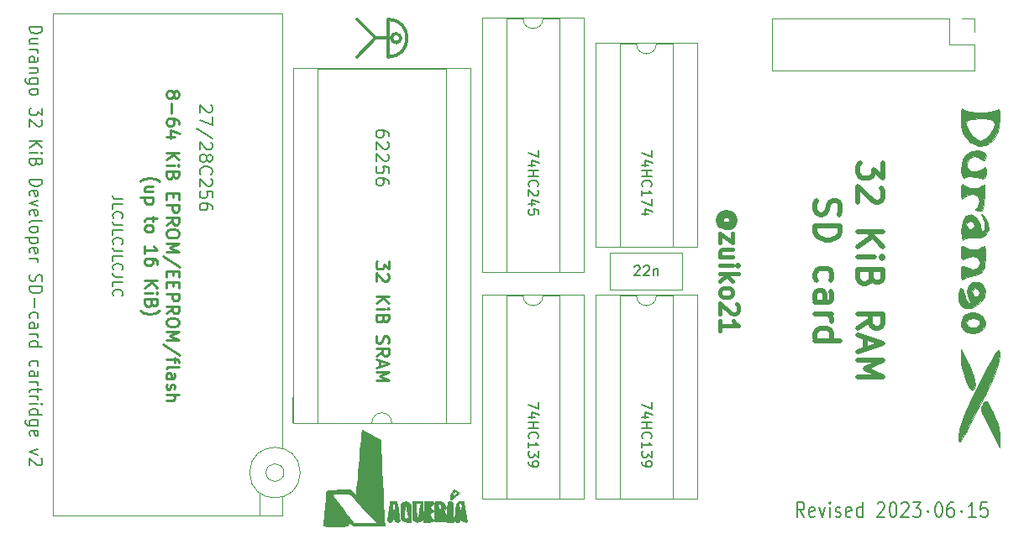
<source format=gto>
G04 #@! TF.GenerationSoftware,KiCad,Pcbnew,(5.1.2-1)-1*
G04 #@! TF.CreationDate,2023-07-30T19:28:41+02:00*
G04 #@! TF.ProjectId,devcart32k,64657663-6172-4743-9332-6b2e6b696361,rev?*
G04 #@! TF.SameCoordinates,Original*
G04 #@! TF.FileFunction,Legend,Top*
G04 #@! TF.FilePolarity,Positive*
%FSLAX46Y46*%
G04 Gerber Fmt 4.6, Leading zero omitted, Abs format (unit mm)*
G04 Created by KiCad (PCBNEW (5.1.2-1)-1) date 2023-07-30 19:28:41*
%MOMM*%
%LPD*%
G04 APERTURE LIST*
%ADD10C,0.200000*%
%ADD11C,0.508000*%
%ADD12C,0.300000*%
%ADD13C,0.254000*%
%ADD14C,0.157500*%
%ADD15C,0.400000*%
%ADD16C,0.120000*%
%ADD17C,0.010000*%
%ADD18C,0.150000*%
%ADD19C,0.100000*%
%ADD20C,1.626000*%
%ADD21O,1.702000X1.702000*%
%ADD22R,1.702000X1.702000*%
%ADD23O,1.802000X1.802000*%
%ADD24R,1.802000X1.802000*%
%ADD25C,1.702000*%
%ADD26O,2.102000X1.542000*%
%ADD27R,2.102000X1.542000*%
G04 APERTURE END LIST*
D10*
X140365238Y-126408571D02*
X139941904Y-125694285D01*
X139639523Y-126408571D02*
X139639523Y-124908571D01*
X140123333Y-124908571D01*
X140244285Y-124980000D01*
X140304761Y-125051428D01*
X140365238Y-125194285D01*
X140365238Y-125408571D01*
X140304761Y-125551428D01*
X140244285Y-125622857D01*
X140123333Y-125694285D01*
X139639523Y-125694285D01*
X141393333Y-126337142D02*
X141272380Y-126408571D01*
X141030476Y-126408571D01*
X140909523Y-126337142D01*
X140849047Y-126194285D01*
X140849047Y-125622857D01*
X140909523Y-125480000D01*
X141030476Y-125408571D01*
X141272380Y-125408571D01*
X141393333Y-125480000D01*
X141453809Y-125622857D01*
X141453809Y-125765714D01*
X140849047Y-125908571D01*
X141877142Y-125408571D02*
X142179523Y-126408571D01*
X142481904Y-125408571D01*
X142965714Y-126408571D02*
X142965714Y-125408571D01*
X142965714Y-124908571D02*
X142905238Y-124980000D01*
X142965714Y-125051428D01*
X143026190Y-124980000D01*
X142965714Y-124908571D01*
X142965714Y-125051428D01*
X143510000Y-126337142D02*
X143630952Y-126408571D01*
X143872857Y-126408571D01*
X143993809Y-126337142D01*
X144054285Y-126194285D01*
X144054285Y-126122857D01*
X143993809Y-125980000D01*
X143872857Y-125908571D01*
X143691428Y-125908571D01*
X143570476Y-125837142D01*
X143510000Y-125694285D01*
X143510000Y-125622857D01*
X143570476Y-125480000D01*
X143691428Y-125408571D01*
X143872857Y-125408571D01*
X143993809Y-125480000D01*
X145082380Y-126337142D02*
X144961428Y-126408571D01*
X144719523Y-126408571D01*
X144598571Y-126337142D01*
X144538095Y-126194285D01*
X144538095Y-125622857D01*
X144598571Y-125480000D01*
X144719523Y-125408571D01*
X144961428Y-125408571D01*
X145082380Y-125480000D01*
X145142857Y-125622857D01*
X145142857Y-125765714D01*
X144538095Y-125908571D01*
X146231428Y-126408571D02*
X146231428Y-124908571D01*
X146231428Y-126337142D02*
X146110476Y-126408571D01*
X145868571Y-126408571D01*
X145747619Y-126337142D01*
X145687142Y-126265714D01*
X145626666Y-126122857D01*
X145626666Y-125694285D01*
X145687142Y-125551428D01*
X145747619Y-125480000D01*
X145868571Y-125408571D01*
X146110476Y-125408571D01*
X146231428Y-125480000D01*
X147743333Y-125051428D02*
X147803809Y-124980000D01*
X147924761Y-124908571D01*
X148227142Y-124908571D01*
X148348095Y-124980000D01*
X148408571Y-125051428D01*
X148469047Y-125194285D01*
X148469047Y-125337142D01*
X148408571Y-125551428D01*
X147682857Y-126408571D01*
X148469047Y-126408571D01*
X149255238Y-124908571D02*
X149376190Y-124908571D01*
X149497142Y-124980000D01*
X149557619Y-125051428D01*
X149618095Y-125194285D01*
X149678571Y-125480000D01*
X149678571Y-125837142D01*
X149618095Y-126122857D01*
X149557619Y-126265714D01*
X149497142Y-126337142D01*
X149376190Y-126408571D01*
X149255238Y-126408571D01*
X149134285Y-126337142D01*
X149073809Y-126265714D01*
X149013333Y-126122857D01*
X148952857Y-125837142D01*
X148952857Y-125480000D01*
X149013333Y-125194285D01*
X149073809Y-125051428D01*
X149134285Y-124980000D01*
X149255238Y-124908571D01*
X150162380Y-125051428D02*
X150222857Y-124980000D01*
X150343809Y-124908571D01*
X150646190Y-124908571D01*
X150767142Y-124980000D01*
X150827619Y-125051428D01*
X150888095Y-125194285D01*
X150888095Y-125337142D01*
X150827619Y-125551428D01*
X150101904Y-126408571D01*
X150888095Y-126408571D01*
X151311428Y-124908571D02*
X152097619Y-124908571D01*
X151674285Y-125480000D01*
X151855714Y-125480000D01*
X151976666Y-125551428D01*
X152037142Y-125622857D01*
X152097619Y-125765714D01*
X152097619Y-126122857D01*
X152037142Y-126265714D01*
X151976666Y-126337142D01*
X151855714Y-126408571D01*
X151492857Y-126408571D01*
X151371904Y-126337142D01*
X151311428Y-126265714D01*
X152823333Y-125765714D02*
X152762857Y-125837142D01*
X152823333Y-125908571D01*
X152883809Y-125837142D01*
X152823333Y-125765714D01*
X152823333Y-125908571D01*
X153851428Y-124908571D02*
X153972380Y-124908571D01*
X154093333Y-124980000D01*
X154153809Y-125051428D01*
X154214285Y-125194285D01*
X154274761Y-125480000D01*
X154274761Y-125837142D01*
X154214285Y-126122857D01*
X154153809Y-126265714D01*
X154093333Y-126337142D01*
X153972380Y-126408571D01*
X153851428Y-126408571D01*
X153730476Y-126337142D01*
X153670000Y-126265714D01*
X153609523Y-126122857D01*
X153549047Y-125837142D01*
X153549047Y-125480000D01*
X153609523Y-125194285D01*
X153670000Y-125051428D01*
X153730476Y-124980000D01*
X153851428Y-124908571D01*
X155363333Y-124908571D02*
X155121428Y-124908571D01*
X155000476Y-124980000D01*
X154940000Y-125051428D01*
X154819047Y-125265714D01*
X154758571Y-125551428D01*
X154758571Y-126122857D01*
X154819047Y-126265714D01*
X154879523Y-126337142D01*
X155000476Y-126408571D01*
X155242380Y-126408571D01*
X155363333Y-126337142D01*
X155423809Y-126265714D01*
X155484285Y-126122857D01*
X155484285Y-125765714D01*
X155423809Y-125622857D01*
X155363333Y-125551428D01*
X155242380Y-125480000D01*
X155000476Y-125480000D01*
X154879523Y-125551428D01*
X154819047Y-125622857D01*
X154758571Y-125765714D01*
X156210000Y-125765714D02*
X156149523Y-125837142D01*
X156210000Y-125908571D01*
X156270476Y-125837142D01*
X156210000Y-125765714D01*
X156210000Y-125908571D01*
X157661428Y-126408571D02*
X156935714Y-126408571D01*
X157298571Y-126408571D02*
X157298571Y-124908571D01*
X157177619Y-125122857D01*
X157056666Y-125265714D01*
X156935714Y-125337142D01*
X158810476Y-124908571D02*
X158205714Y-124908571D01*
X158145238Y-125622857D01*
X158205714Y-125551428D01*
X158326666Y-125480000D01*
X158629047Y-125480000D01*
X158750000Y-125551428D01*
X158810476Y-125622857D01*
X158870952Y-125765714D01*
X158870952Y-126122857D01*
X158810476Y-126265714D01*
X158750000Y-126337142D01*
X158629047Y-126408571D01*
X158326666Y-126408571D01*
X158205714Y-126337142D01*
X158145238Y-126265714D01*
D11*
X148329952Y-90653809D02*
X148329952Y-92226190D01*
X147362333Y-91379523D01*
X147362333Y-91742380D01*
X147241380Y-91984285D01*
X147120428Y-92105238D01*
X146878523Y-92226190D01*
X146273761Y-92226190D01*
X146031857Y-92105238D01*
X145910904Y-91984285D01*
X145789952Y-91742380D01*
X145789952Y-91016666D01*
X145910904Y-90774761D01*
X146031857Y-90653809D01*
X148088047Y-93193809D02*
X148209000Y-93314761D01*
X148329952Y-93556666D01*
X148329952Y-94161428D01*
X148209000Y-94403333D01*
X148088047Y-94524285D01*
X147846142Y-94645238D01*
X147604238Y-94645238D01*
X147241380Y-94524285D01*
X145789952Y-93072857D01*
X145789952Y-94645238D01*
X145789952Y-97669047D02*
X148329952Y-97669047D01*
X145789952Y-99120476D02*
X147241380Y-98031904D01*
X148329952Y-99120476D02*
X146878523Y-97669047D01*
X145789952Y-100209047D02*
X147483285Y-100209047D01*
X148329952Y-100209047D02*
X148209000Y-100088095D01*
X148088047Y-100209047D01*
X148209000Y-100330000D01*
X148329952Y-100209047D01*
X148088047Y-100209047D01*
X147120428Y-102265238D02*
X146999476Y-102628095D01*
X146878523Y-102749047D01*
X146636619Y-102870000D01*
X146273761Y-102870000D01*
X146031857Y-102749047D01*
X145910904Y-102628095D01*
X145789952Y-102386190D01*
X145789952Y-101418571D01*
X148329952Y-101418571D01*
X148329952Y-102265238D01*
X148209000Y-102507142D01*
X148088047Y-102628095D01*
X147846142Y-102749047D01*
X147604238Y-102749047D01*
X147362333Y-102628095D01*
X147241380Y-102507142D01*
X147120428Y-102265238D01*
X147120428Y-101418571D01*
X145789952Y-107345238D02*
X146999476Y-106498571D01*
X145789952Y-105893809D02*
X148329952Y-105893809D01*
X148329952Y-106861428D01*
X148209000Y-107103333D01*
X148088047Y-107224285D01*
X147846142Y-107345238D01*
X147483285Y-107345238D01*
X147241380Y-107224285D01*
X147120428Y-107103333D01*
X146999476Y-106861428D01*
X146999476Y-105893809D01*
X146515666Y-108312857D02*
X146515666Y-109522380D01*
X145789952Y-108070952D02*
X148329952Y-108917619D01*
X145789952Y-109764285D01*
X145789952Y-110610952D02*
X148329952Y-110610952D01*
X146515666Y-111457619D01*
X148329952Y-112304285D01*
X145789952Y-112304285D01*
X141592904Y-94463809D02*
X141471952Y-94826666D01*
X141471952Y-95431428D01*
X141592904Y-95673333D01*
X141713857Y-95794285D01*
X141955761Y-95915238D01*
X142197666Y-95915238D01*
X142439571Y-95794285D01*
X142560523Y-95673333D01*
X142681476Y-95431428D01*
X142802428Y-94947619D01*
X142923380Y-94705714D01*
X143044333Y-94584761D01*
X143286238Y-94463809D01*
X143528142Y-94463809D01*
X143770047Y-94584761D01*
X143891000Y-94705714D01*
X144011952Y-94947619D01*
X144011952Y-95552380D01*
X143891000Y-95915238D01*
X141471952Y-97003809D02*
X144011952Y-97003809D01*
X144011952Y-97608571D01*
X143891000Y-97971428D01*
X143649095Y-98213333D01*
X143407190Y-98334285D01*
X142923380Y-98455238D01*
X142560523Y-98455238D01*
X142076714Y-98334285D01*
X141834809Y-98213333D01*
X141592904Y-97971428D01*
X141471952Y-97608571D01*
X141471952Y-97003809D01*
X141592904Y-102567619D02*
X141471952Y-102325714D01*
X141471952Y-101841904D01*
X141592904Y-101600000D01*
X141713857Y-101479047D01*
X141955761Y-101358095D01*
X142681476Y-101358095D01*
X142923380Y-101479047D01*
X143044333Y-101600000D01*
X143165285Y-101841904D01*
X143165285Y-102325714D01*
X143044333Y-102567619D01*
X141471952Y-104744761D02*
X142802428Y-104744761D01*
X143044333Y-104623809D01*
X143165285Y-104381904D01*
X143165285Y-103898095D01*
X143044333Y-103656190D01*
X141592904Y-104744761D02*
X141471952Y-104502857D01*
X141471952Y-103898095D01*
X141592904Y-103656190D01*
X141834809Y-103535238D01*
X142076714Y-103535238D01*
X142318619Y-103656190D01*
X142439571Y-103898095D01*
X142439571Y-104502857D01*
X142560523Y-104744761D01*
X141471952Y-105954285D02*
X143165285Y-105954285D01*
X142681476Y-105954285D02*
X142923380Y-106075238D01*
X143044333Y-106196190D01*
X143165285Y-106438095D01*
X143165285Y-106680000D01*
X141471952Y-108615238D02*
X144011952Y-108615238D01*
X141592904Y-108615238D02*
X141471952Y-108373333D01*
X141471952Y-107889523D01*
X141592904Y-107647619D01*
X141713857Y-107526666D01*
X141955761Y-107405714D01*
X142681476Y-107405714D01*
X142923380Y-107526666D01*
X143044333Y-107647619D01*
X143165285Y-107889523D01*
X143165285Y-108373333D01*
X143044333Y-108615238D01*
D12*
X97155000Y-78105000D02*
X95250000Y-80010000D01*
X97155000Y-78105000D02*
X95250000Y-76200000D01*
X98779190Y-78105000D02*
X97155000Y-78105000D01*
X98425000Y-76200000D02*
X98425000Y-80010000D01*
X99695000Y-78105000D02*
G75*
G03X99695000Y-78105000I-457905J0D01*
G01*
X98425000Y-76200000D02*
G75*
G02X98425000Y-80010000I0J-1905000D01*
G01*
D13*
X76795690Y-83668809D02*
X76856166Y-83547857D01*
X76916642Y-83487380D01*
X77037595Y-83426904D01*
X77098071Y-83426904D01*
X77219023Y-83487380D01*
X77279500Y-83547857D01*
X77339976Y-83668809D01*
X77339976Y-83910714D01*
X77279500Y-84031666D01*
X77219023Y-84092142D01*
X77098071Y-84152619D01*
X77037595Y-84152619D01*
X76916642Y-84092142D01*
X76856166Y-84031666D01*
X76795690Y-83910714D01*
X76795690Y-83668809D01*
X76735214Y-83547857D01*
X76674738Y-83487380D01*
X76553785Y-83426904D01*
X76311880Y-83426904D01*
X76190928Y-83487380D01*
X76130452Y-83547857D01*
X76069976Y-83668809D01*
X76069976Y-83910714D01*
X76130452Y-84031666D01*
X76190928Y-84092142D01*
X76311880Y-84152619D01*
X76553785Y-84152619D01*
X76674738Y-84092142D01*
X76735214Y-84031666D01*
X76795690Y-83910714D01*
X76553785Y-84696904D02*
X76553785Y-85664523D01*
X77339976Y-86813571D02*
X77339976Y-86571666D01*
X77279500Y-86450714D01*
X77219023Y-86390238D01*
X77037595Y-86269285D01*
X76795690Y-86208809D01*
X76311880Y-86208809D01*
X76190928Y-86269285D01*
X76130452Y-86329761D01*
X76069976Y-86450714D01*
X76069976Y-86692619D01*
X76130452Y-86813571D01*
X76190928Y-86874047D01*
X76311880Y-86934523D01*
X76614261Y-86934523D01*
X76735214Y-86874047D01*
X76795690Y-86813571D01*
X76856166Y-86692619D01*
X76856166Y-86450714D01*
X76795690Y-86329761D01*
X76735214Y-86269285D01*
X76614261Y-86208809D01*
X76916642Y-88023095D02*
X76069976Y-88023095D01*
X77400452Y-87720714D02*
X76493309Y-87418333D01*
X76493309Y-88204523D01*
X76069976Y-89655952D02*
X77339976Y-89655952D01*
X76069976Y-90381666D02*
X76795690Y-89837380D01*
X77339976Y-90381666D02*
X76614261Y-89655952D01*
X76069976Y-90925952D02*
X76916642Y-90925952D01*
X77339976Y-90925952D02*
X77279500Y-90865476D01*
X77219023Y-90925952D01*
X77279500Y-90986428D01*
X77339976Y-90925952D01*
X77219023Y-90925952D01*
X76735214Y-91954047D02*
X76674738Y-92135476D01*
X76614261Y-92195952D01*
X76493309Y-92256428D01*
X76311880Y-92256428D01*
X76190928Y-92195952D01*
X76130452Y-92135476D01*
X76069976Y-92014523D01*
X76069976Y-91530714D01*
X77339976Y-91530714D01*
X77339976Y-91954047D01*
X77279500Y-92075000D01*
X77219023Y-92135476D01*
X77098071Y-92195952D01*
X76977119Y-92195952D01*
X76856166Y-92135476D01*
X76795690Y-92075000D01*
X76735214Y-91954047D01*
X76735214Y-91530714D01*
X76735214Y-93768333D02*
X76735214Y-94191666D01*
X76069976Y-94373095D02*
X76069976Y-93768333D01*
X77339976Y-93768333D01*
X77339976Y-94373095D01*
X76069976Y-94917380D02*
X77339976Y-94917380D01*
X77339976Y-95401190D01*
X77279500Y-95522142D01*
X77219023Y-95582619D01*
X77098071Y-95643095D01*
X76916642Y-95643095D01*
X76795690Y-95582619D01*
X76735214Y-95522142D01*
X76674738Y-95401190D01*
X76674738Y-94917380D01*
X76069976Y-96913095D02*
X76674738Y-96489761D01*
X76069976Y-96187380D02*
X77339976Y-96187380D01*
X77339976Y-96671190D01*
X77279500Y-96792142D01*
X77219023Y-96852619D01*
X77098071Y-96913095D01*
X76916642Y-96913095D01*
X76795690Y-96852619D01*
X76735214Y-96792142D01*
X76674738Y-96671190D01*
X76674738Y-96187380D01*
X77339976Y-97699285D02*
X77339976Y-97941190D01*
X77279500Y-98062142D01*
X77158547Y-98183095D01*
X76916642Y-98243571D01*
X76493309Y-98243571D01*
X76251404Y-98183095D01*
X76130452Y-98062142D01*
X76069976Y-97941190D01*
X76069976Y-97699285D01*
X76130452Y-97578333D01*
X76251404Y-97457380D01*
X76493309Y-97396904D01*
X76916642Y-97396904D01*
X77158547Y-97457380D01*
X77279500Y-97578333D01*
X77339976Y-97699285D01*
X76069976Y-98787857D02*
X77339976Y-98787857D01*
X76432833Y-99211190D01*
X77339976Y-99634523D01*
X76069976Y-99634523D01*
X77400452Y-101146428D02*
X75767595Y-100057857D01*
X76735214Y-101569761D02*
X76735214Y-101993095D01*
X76069976Y-102174523D02*
X76069976Y-101569761D01*
X77339976Y-101569761D01*
X77339976Y-102174523D01*
X76735214Y-102718809D02*
X76735214Y-103142142D01*
X76069976Y-103323571D02*
X76069976Y-102718809D01*
X77339976Y-102718809D01*
X77339976Y-103323571D01*
X76069976Y-103867857D02*
X77339976Y-103867857D01*
X77339976Y-104351666D01*
X77279500Y-104472619D01*
X77219023Y-104533095D01*
X77098071Y-104593571D01*
X76916642Y-104593571D01*
X76795690Y-104533095D01*
X76735214Y-104472619D01*
X76674738Y-104351666D01*
X76674738Y-103867857D01*
X76069976Y-105863571D02*
X76674738Y-105440238D01*
X76069976Y-105137857D02*
X77339976Y-105137857D01*
X77339976Y-105621666D01*
X77279500Y-105742619D01*
X77219023Y-105803095D01*
X77098071Y-105863571D01*
X76916642Y-105863571D01*
X76795690Y-105803095D01*
X76735214Y-105742619D01*
X76674738Y-105621666D01*
X76674738Y-105137857D01*
X77339976Y-106649761D02*
X77339976Y-106891666D01*
X77279500Y-107012619D01*
X77158547Y-107133571D01*
X76916642Y-107194047D01*
X76493309Y-107194047D01*
X76251404Y-107133571D01*
X76130452Y-107012619D01*
X76069976Y-106891666D01*
X76069976Y-106649761D01*
X76130452Y-106528809D01*
X76251404Y-106407857D01*
X76493309Y-106347380D01*
X76916642Y-106347380D01*
X77158547Y-106407857D01*
X77279500Y-106528809D01*
X77339976Y-106649761D01*
X76069976Y-107738333D02*
X77339976Y-107738333D01*
X76432833Y-108161666D01*
X77339976Y-108585000D01*
X76069976Y-108585000D01*
X77400452Y-110096904D02*
X75767595Y-109008333D01*
X76916642Y-110338809D02*
X76916642Y-110822619D01*
X76069976Y-110520238D02*
X77158547Y-110520238D01*
X77279500Y-110580714D01*
X77339976Y-110701666D01*
X77339976Y-110822619D01*
X76069976Y-111427380D02*
X76130452Y-111306428D01*
X76251404Y-111245952D01*
X77339976Y-111245952D01*
X76069976Y-112455476D02*
X76735214Y-112455476D01*
X76856166Y-112395000D01*
X76916642Y-112274047D01*
X76916642Y-112032142D01*
X76856166Y-111911190D01*
X76130452Y-112455476D02*
X76069976Y-112334523D01*
X76069976Y-112032142D01*
X76130452Y-111911190D01*
X76251404Y-111850714D01*
X76372357Y-111850714D01*
X76493309Y-111911190D01*
X76553785Y-112032142D01*
X76553785Y-112334523D01*
X76614261Y-112455476D01*
X76130452Y-112999761D02*
X76069976Y-113120714D01*
X76069976Y-113362619D01*
X76130452Y-113483571D01*
X76251404Y-113544047D01*
X76311880Y-113544047D01*
X76432833Y-113483571D01*
X76493309Y-113362619D01*
X76493309Y-113181190D01*
X76553785Y-113060238D01*
X76674738Y-112999761D01*
X76735214Y-112999761D01*
X76856166Y-113060238D01*
X76916642Y-113181190D01*
X76916642Y-113362619D01*
X76856166Y-113483571D01*
X76069976Y-114088333D02*
X77339976Y-114088333D01*
X76069976Y-114632619D02*
X76735214Y-114632619D01*
X76856166Y-114572142D01*
X76916642Y-114451190D01*
X76916642Y-114269761D01*
X76856166Y-114148809D01*
X76795690Y-114088333D01*
X73427166Y-92558809D02*
X73487642Y-92498333D01*
X73669071Y-92377380D01*
X73790023Y-92316904D01*
X73971452Y-92256428D01*
X74273833Y-92195952D01*
X74515738Y-92195952D01*
X74818119Y-92256428D01*
X74999547Y-92316904D01*
X75120500Y-92377380D01*
X75301928Y-92498333D01*
X75362404Y-92558809D01*
X74757642Y-93586904D02*
X73910976Y-93586904D01*
X74757642Y-93042619D02*
X74092404Y-93042619D01*
X73971452Y-93103095D01*
X73910976Y-93224047D01*
X73910976Y-93405476D01*
X73971452Y-93526428D01*
X74031928Y-93586904D01*
X74757642Y-94191666D02*
X73487642Y-94191666D01*
X74697166Y-94191666D02*
X74757642Y-94312619D01*
X74757642Y-94554523D01*
X74697166Y-94675476D01*
X74636690Y-94735952D01*
X74515738Y-94796428D01*
X74152880Y-94796428D01*
X74031928Y-94735952D01*
X73971452Y-94675476D01*
X73910976Y-94554523D01*
X73910976Y-94312619D01*
X73971452Y-94191666D01*
X74757642Y-96126904D02*
X74757642Y-96610714D01*
X75180976Y-96308333D02*
X74092404Y-96308333D01*
X73971452Y-96368809D01*
X73910976Y-96489761D01*
X73910976Y-96610714D01*
X73910976Y-97215476D02*
X73971452Y-97094523D01*
X74031928Y-97034047D01*
X74152880Y-96973571D01*
X74515738Y-96973571D01*
X74636690Y-97034047D01*
X74697166Y-97094523D01*
X74757642Y-97215476D01*
X74757642Y-97396904D01*
X74697166Y-97517857D01*
X74636690Y-97578333D01*
X74515738Y-97638809D01*
X74152880Y-97638809D01*
X74031928Y-97578333D01*
X73971452Y-97517857D01*
X73910976Y-97396904D01*
X73910976Y-97215476D01*
X73910976Y-99815952D02*
X73910976Y-99090238D01*
X73910976Y-99453095D02*
X75180976Y-99453095D01*
X74999547Y-99332142D01*
X74878595Y-99211190D01*
X74818119Y-99090238D01*
X75180976Y-100904523D02*
X75180976Y-100662619D01*
X75120500Y-100541666D01*
X75060023Y-100481190D01*
X74878595Y-100360238D01*
X74636690Y-100299761D01*
X74152880Y-100299761D01*
X74031928Y-100360238D01*
X73971452Y-100420714D01*
X73910976Y-100541666D01*
X73910976Y-100783571D01*
X73971452Y-100904523D01*
X74031928Y-100965000D01*
X74152880Y-101025476D01*
X74455261Y-101025476D01*
X74576214Y-100965000D01*
X74636690Y-100904523D01*
X74697166Y-100783571D01*
X74697166Y-100541666D01*
X74636690Y-100420714D01*
X74576214Y-100360238D01*
X74455261Y-100299761D01*
X73910976Y-102537380D02*
X75180976Y-102537380D01*
X73910976Y-103263095D02*
X74636690Y-102718809D01*
X75180976Y-103263095D02*
X74455261Y-102537380D01*
X73910976Y-103807380D02*
X74757642Y-103807380D01*
X75180976Y-103807380D02*
X75120500Y-103746904D01*
X75060023Y-103807380D01*
X75120500Y-103867857D01*
X75180976Y-103807380D01*
X75060023Y-103807380D01*
X74576214Y-104835476D02*
X74515738Y-105016904D01*
X74455261Y-105077380D01*
X74334309Y-105137857D01*
X74152880Y-105137857D01*
X74031928Y-105077380D01*
X73971452Y-105016904D01*
X73910976Y-104895952D01*
X73910976Y-104412142D01*
X75180976Y-104412142D01*
X75180976Y-104835476D01*
X75120500Y-104956428D01*
X75060023Y-105016904D01*
X74939071Y-105077380D01*
X74818119Y-105077380D01*
X74697166Y-105016904D01*
X74636690Y-104956428D01*
X74576214Y-104835476D01*
X74576214Y-104412142D01*
X73427166Y-105561190D02*
X73487642Y-105621666D01*
X73669071Y-105742619D01*
X73790023Y-105803095D01*
X73971452Y-105863571D01*
X74273833Y-105924047D01*
X74515738Y-105924047D01*
X74818119Y-105863571D01*
X74999547Y-105803095D01*
X75120500Y-105742619D01*
X75301928Y-105621666D01*
X75362404Y-105561190D01*
D14*
X71676380Y-94367047D02*
X70950666Y-94367047D01*
X70805523Y-94318666D01*
X70708761Y-94221904D01*
X70660380Y-94076761D01*
X70660380Y-93980000D01*
X70660380Y-95334666D02*
X70660380Y-94850857D01*
X71676380Y-94850857D01*
X70757142Y-96253904D02*
X70708761Y-96205523D01*
X70660380Y-96060380D01*
X70660380Y-95963619D01*
X70708761Y-95818476D01*
X70805523Y-95721714D01*
X70902285Y-95673333D01*
X71095809Y-95624952D01*
X71240952Y-95624952D01*
X71434476Y-95673333D01*
X71531238Y-95721714D01*
X71628000Y-95818476D01*
X71676380Y-95963619D01*
X71676380Y-96060380D01*
X71628000Y-96205523D01*
X71579619Y-96253904D01*
X71676380Y-96979619D02*
X70950666Y-96979619D01*
X70805523Y-96931238D01*
X70708761Y-96834476D01*
X70660380Y-96689333D01*
X70660380Y-96592571D01*
X70660380Y-97947238D02*
X70660380Y-97463428D01*
X71676380Y-97463428D01*
X70757142Y-98866476D02*
X70708761Y-98818095D01*
X70660380Y-98672952D01*
X70660380Y-98576190D01*
X70708761Y-98431047D01*
X70805523Y-98334285D01*
X70902285Y-98285904D01*
X71095809Y-98237523D01*
X71240952Y-98237523D01*
X71434476Y-98285904D01*
X71531238Y-98334285D01*
X71628000Y-98431047D01*
X71676380Y-98576190D01*
X71676380Y-98672952D01*
X71628000Y-98818095D01*
X71579619Y-98866476D01*
X71676380Y-99592190D02*
X70950666Y-99592190D01*
X70805523Y-99543809D01*
X70708761Y-99447047D01*
X70660380Y-99301904D01*
X70660380Y-99205142D01*
X70660380Y-100559809D02*
X70660380Y-100076000D01*
X71676380Y-100076000D01*
X70757142Y-101479047D02*
X70708761Y-101430666D01*
X70660380Y-101285523D01*
X70660380Y-101188761D01*
X70708761Y-101043619D01*
X70805523Y-100946857D01*
X70902285Y-100898476D01*
X71095809Y-100850095D01*
X71240952Y-100850095D01*
X71434476Y-100898476D01*
X71531238Y-100946857D01*
X71628000Y-101043619D01*
X71676380Y-101188761D01*
X71676380Y-101285523D01*
X71628000Y-101430666D01*
X71579619Y-101479047D01*
X71676380Y-102204761D02*
X70950666Y-102204761D01*
X70805523Y-102156380D01*
X70708761Y-102059619D01*
X70660380Y-101914476D01*
X70660380Y-101817714D01*
X70660380Y-103172380D02*
X70660380Y-102688571D01*
X71676380Y-102688571D01*
X70757142Y-104091619D02*
X70708761Y-104043238D01*
X70660380Y-103898095D01*
X70660380Y-103801333D01*
X70708761Y-103656190D01*
X70805523Y-103559428D01*
X70902285Y-103511047D01*
X71095809Y-103462666D01*
X71240952Y-103462666D01*
X71434476Y-103511047D01*
X71531238Y-103559428D01*
X71628000Y-103656190D01*
X71676380Y-103801333D01*
X71676380Y-103898095D01*
X71628000Y-104043238D01*
X71579619Y-104091619D01*
D15*
X132757857Y-96757142D02*
X132843571Y-96671428D01*
X132929285Y-96500000D01*
X132929285Y-96328571D01*
X132843571Y-96157142D01*
X132757857Y-96071428D01*
X132586428Y-95985714D01*
X132415000Y-95985714D01*
X132243571Y-96071428D01*
X132157857Y-96157142D01*
X132072142Y-96328571D01*
X132072142Y-96500000D01*
X132157857Y-96671428D01*
X132243571Y-96757142D01*
X132929285Y-96757142D02*
X132243571Y-96757142D01*
X132157857Y-96842857D01*
X132157857Y-96928571D01*
X132243571Y-97100000D01*
X132415000Y-97185714D01*
X132843571Y-97185714D01*
X133100714Y-97014285D01*
X133272142Y-96757142D01*
X133357857Y-96414285D01*
X133272142Y-96071428D01*
X133100714Y-95814285D01*
X132843571Y-95642857D01*
X132500714Y-95557142D01*
X132157857Y-95642857D01*
X131900714Y-95814285D01*
X131729285Y-96071428D01*
X131643571Y-96414285D01*
X131729285Y-96757142D01*
X131900714Y-97014285D01*
X133100714Y-97785714D02*
X133100714Y-98728571D01*
X131900714Y-97785714D01*
X131900714Y-98728571D01*
X133100714Y-100185714D02*
X131900714Y-100185714D01*
X133100714Y-99414285D02*
X132157857Y-99414285D01*
X131986428Y-99500000D01*
X131900714Y-99671428D01*
X131900714Y-99928571D01*
X131986428Y-100100000D01*
X132072142Y-100185714D01*
X131900714Y-101042857D02*
X133100714Y-101042857D01*
X133700714Y-101042857D02*
X133615000Y-100957142D01*
X133529285Y-101042857D01*
X133615000Y-101128571D01*
X133700714Y-101042857D01*
X133529285Y-101042857D01*
X131900714Y-101900000D02*
X133700714Y-101900000D01*
X132586428Y-102071428D02*
X131900714Y-102585714D01*
X133100714Y-102585714D02*
X132415000Y-101900000D01*
X131900714Y-103614285D02*
X131986428Y-103442857D01*
X132072142Y-103357142D01*
X132243571Y-103271428D01*
X132757857Y-103271428D01*
X132929285Y-103357142D01*
X133015000Y-103442857D01*
X133100714Y-103614285D01*
X133100714Y-103871428D01*
X133015000Y-104042857D01*
X132929285Y-104128571D01*
X132757857Y-104214285D01*
X132243571Y-104214285D01*
X132072142Y-104128571D01*
X131986428Y-104042857D01*
X131900714Y-103871428D01*
X131900714Y-103614285D01*
X133529285Y-104900000D02*
X133615000Y-104985714D01*
X133700714Y-105157142D01*
X133700714Y-105585714D01*
X133615000Y-105757142D01*
X133529285Y-105842857D01*
X133357857Y-105928571D01*
X133186428Y-105928571D01*
X132929285Y-105842857D01*
X131900714Y-104814285D01*
X131900714Y-105928571D01*
X131900714Y-107642857D02*
X131900714Y-106614285D01*
X131900714Y-107128571D02*
X133700714Y-107128571D01*
X133443571Y-106957142D01*
X133272142Y-106785714D01*
X133186428Y-106614285D01*
D10*
X62290476Y-76974285D02*
X63560476Y-76974285D01*
X63560476Y-77260000D01*
X63500000Y-77431428D01*
X63379047Y-77545714D01*
X63258095Y-77602857D01*
X63016190Y-77660000D01*
X62834761Y-77660000D01*
X62592857Y-77602857D01*
X62471904Y-77545714D01*
X62350952Y-77431428D01*
X62290476Y-77260000D01*
X62290476Y-76974285D01*
X63137142Y-78688571D02*
X62290476Y-78688571D01*
X63137142Y-78174285D02*
X62471904Y-78174285D01*
X62350952Y-78231428D01*
X62290476Y-78345714D01*
X62290476Y-78517142D01*
X62350952Y-78631428D01*
X62411428Y-78688571D01*
X62290476Y-79260000D02*
X63137142Y-79260000D01*
X62895238Y-79260000D02*
X63016190Y-79317142D01*
X63076666Y-79374285D01*
X63137142Y-79488571D01*
X63137142Y-79602857D01*
X62290476Y-80517142D02*
X62955714Y-80517142D01*
X63076666Y-80460000D01*
X63137142Y-80345714D01*
X63137142Y-80117142D01*
X63076666Y-80002857D01*
X62350952Y-80517142D02*
X62290476Y-80402857D01*
X62290476Y-80117142D01*
X62350952Y-80002857D01*
X62471904Y-79945714D01*
X62592857Y-79945714D01*
X62713809Y-80002857D01*
X62774285Y-80117142D01*
X62774285Y-80402857D01*
X62834761Y-80517142D01*
X63137142Y-81088571D02*
X62290476Y-81088571D01*
X63016190Y-81088571D02*
X63076666Y-81145714D01*
X63137142Y-81260000D01*
X63137142Y-81431428D01*
X63076666Y-81545714D01*
X62955714Y-81602857D01*
X62290476Y-81602857D01*
X63137142Y-82688571D02*
X62109047Y-82688571D01*
X61988095Y-82631428D01*
X61927619Y-82574285D01*
X61867142Y-82460000D01*
X61867142Y-82288571D01*
X61927619Y-82174285D01*
X62350952Y-82688571D02*
X62290476Y-82574285D01*
X62290476Y-82345714D01*
X62350952Y-82231428D01*
X62411428Y-82174285D01*
X62532380Y-82117142D01*
X62895238Y-82117142D01*
X63016190Y-82174285D01*
X63076666Y-82231428D01*
X63137142Y-82345714D01*
X63137142Y-82574285D01*
X63076666Y-82688571D01*
X62290476Y-83431428D02*
X62350952Y-83317142D01*
X62411428Y-83260000D01*
X62532380Y-83202857D01*
X62895238Y-83202857D01*
X63016190Y-83260000D01*
X63076666Y-83317142D01*
X63137142Y-83431428D01*
X63137142Y-83602857D01*
X63076666Y-83717142D01*
X63016190Y-83774285D01*
X62895238Y-83831428D01*
X62532380Y-83831428D01*
X62411428Y-83774285D01*
X62350952Y-83717142D01*
X62290476Y-83602857D01*
X62290476Y-83431428D01*
X63560476Y-85145714D02*
X63560476Y-85888571D01*
X63076666Y-85488571D01*
X63076666Y-85660000D01*
X63016190Y-85774285D01*
X62955714Y-85831428D01*
X62834761Y-85888571D01*
X62532380Y-85888571D01*
X62411428Y-85831428D01*
X62350952Y-85774285D01*
X62290476Y-85660000D01*
X62290476Y-85317142D01*
X62350952Y-85202857D01*
X62411428Y-85145714D01*
X63439523Y-86345714D02*
X63500000Y-86402857D01*
X63560476Y-86517142D01*
X63560476Y-86802857D01*
X63500000Y-86917142D01*
X63439523Y-86974285D01*
X63318571Y-87031428D01*
X63197619Y-87031428D01*
X63016190Y-86974285D01*
X62290476Y-86288571D01*
X62290476Y-87031428D01*
X62290476Y-88460000D02*
X63560476Y-88460000D01*
X62290476Y-89145714D02*
X63016190Y-88631428D01*
X63560476Y-89145714D02*
X62834761Y-88460000D01*
X62290476Y-89660000D02*
X63137142Y-89660000D01*
X63560476Y-89660000D02*
X63500000Y-89602857D01*
X63439523Y-89660000D01*
X63500000Y-89717142D01*
X63560476Y-89660000D01*
X63439523Y-89660000D01*
X62955714Y-90631428D02*
X62895238Y-90802857D01*
X62834761Y-90860000D01*
X62713809Y-90917142D01*
X62532380Y-90917142D01*
X62411428Y-90860000D01*
X62350952Y-90802857D01*
X62290476Y-90688571D01*
X62290476Y-90231428D01*
X63560476Y-90231428D01*
X63560476Y-90631428D01*
X63500000Y-90745714D01*
X63439523Y-90802857D01*
X63318571Y-90860000D01*
X63197619Y-90860000D01*
X63076666Y-90802857D01*
X63016190Y-90745714D01*
X62955714Y-90631428D01*
X62955714Y-90231428D01*
X62290476Y-92345714D02*
X63560476Y-92345714D01*
X63560476Y-92631428D01*
X63500000Y-92802857D01*
X63379047Y-92917142D01*
X63258095Y-92974285D01*
X63016190Y-93031428D01*
X62834761Y-93031428D01*
X62592857Y-92974285D01*
X62471904Y-92917142D01*
X62350952Y-92802857D01*
X62290476Y-92631428D01*
X62290476Y-92345714D01*
X62350952Y-94002857D02*
X62290476Y-93888571D01*
X62290476Y-93660000D01*
X62350952Y-93545714D01*
X62471904Y-93488571D01*
X62955714Y-93488571D01*
X63076666Y-93545714D01*
X63137142Y-93660000D01*
X63137142Y-93888571D01*
X63076666Y-94002857D01*
X62955714Y-94060000D01*
X62834761Y-94060000D01*
X62713809Y-93488571D01*
X63137142Y-94460000D02*
X62290476Y-94745714D01*
X63137142Y-95031428D01*
X62350952Y-95945714D02*
X62290476Y-95831428D01*
X62290476Y-95602857D01*
X62350952Y-95488571D01*
X62471904Y-95431428D01*
X62955714Y-95431428D01*
X63076666Y-95488571D01*
X63137142Y-95602857D01*
X63137142Y-95831428D01*
X63076666Y-95945714D01*
X62955714Y-96002857D01*
X62834761Y-96002857D01*
X62713809Y-95431428D01*
X62290476Y-96688571D02*
X62350952Y-96574285D01*
X62471904Y-96517142D01*
X63560476Y-96517142D01*
X62290476Y-97317142D02*
X62350952Y-97202857D01*
X62411428Y-97145714D01*
X62532380Y-97088571D01*
X62895238Y-97088571D01*
X63016190Y-97145714D01*
X63076666Y-97202857D01*
X63137142Y-97317142D01*
X63137142Y-97488571D01*
X63076666Y-97602857D01*
X63016190Y-97660000D01*
X62895238Y-97717142D01*
X62532380Y-97717142D01*
X62411428Y-97660000D01*
X62350952Y-97602857D01*
X62290476Y-97488571D01*
X62290476Y-97317142D01*
X63137142Y-98231428D02*
X61867142Y-98231428D01*
X63076666Y-98231428D02*
X63137142Y-98345714D01*
X63137142Y-98574285D01*
X63076666Y-98688571D01*
X63016190Y-98745714D01*
X62895238Y-98802857D01*
X62532380Y-98802857D01*
X62411428Y-98745714D01*
X62350952Y-98688571D01*
X62290476Y-98574285D01*
X62290476Y-98345714D01*
X62350952Y-98231428D01*
X62350952Y-99774285D02*
X62290476Y-99660000D01*
X62290476Y-99431428D01*
X62350952Y-99317142D01*
X62471904Y-99260000D01*
X62955714Y-99260000D01*
X63076666Y-99317142D01*
X63137142Y-99431428D01*
X63137142Y-99660000D01*
X63076666Y-99774285D01*
X62955714Y-99831428D01*
X62834761Y-99831428D01*
X62713809Y-99260000D01*
X62290476Y-100345714D02*
X63137142Y-100345714D01*
X62895238Y-100345714D02*
X63016190Y-100402857D01*
X63076666Y-100460000D01*
X63137142Y-100574285D01*
X63137142Y-100688571D01*
X62350952Y-101945714D02*
X62290476Y-102117142D01*
X62290476Y-102402857D01*
X62350952Y-102517142D01*
X62411428Y-102574285D01*
X62532380Y-102631428D01*
X62653333Y-102631428D01*
X62774285Y-102574285D01*
X62834761Y-102517142D01*
X62895238Y-102402857D01*
X62955714Y-102174285D01*
X63016190Y-102060000D01*
X63076666Y-102002857D01*
X63197619Y-101945714D01*
X63318571Y-101945714D01*
X63439523Y-102002857D01*
X63500000Y-102060000D01*
X63560476Y-102174285D01*
X63560476Y-102460000D01*
X63500000Y-102631428D01*
X62290476Y-103145714D02*
X63560476Y-103145714D01*
X63560476Y-103431428D01*
X63500000Y-103602857D01*
X63379047Y-103717142D01*
X63258095Y-103774285D01*
X63016190Y-103831428D01*
X62834761Y-103831428D01*
X62592857Y-103774285D01*
X62471904Y-103717142D01*
X62350952Y-103602857D01*
X62290476Y-103431428D01*
X62290476Y-103145714D01*
X62774285Y-104345714D02*
X62774285Y-105260000D01*
X62350952Y-106345714D02*
X62290476Y-106231428D01*
X62290476Y-106002857D01*
X62350952Y-105888571D01*
X62411428Y-105831428D01*
X62532380Y-105774285D01*
X62895238Y-105774285D01*
X63016190Y-105831428D01*
X63076666Y-105888571D01*
X63137142Y-106002857D01*
X63137142Y-106231428D01*
X63076666Y-106345714D01*
X62290476Y-107374285D02*
X62955714Y-107374285D01*
X63076666Y-107317142D01*
X63137142Y-107202857D01*
X63137142Y-106974285D01*
X63076666Y-106860000D01*
X62350952Y-107374285D02*
X62290476Y-107260000D01*
X62290476Y-106974285D01*
X62350952Y-106860000D01*
X62471904Y-106802857D01*
X62592857Y-106802857D01*
X62713809Y-106860000D01*
X62774285Y-106974285D01*
X62774285Y-107260000D01*
X62834761Y-107374285D01*
X62290476Y-107945714D02*
X63137142Y-107945714D01*
X62895238Y-107945714D02*
X63016190Y-108002857D01*
X63076666Y-108060000D01*
X63137142Y-108174285D01*
X63137142Y-108288571D01*
X62290476Y-109202857D02*
X63560476Y-109202857D01*
X62350952Y-109202857D02*
X62290476Y-109088571D01*
X62290476Y-108860000D01*
X62350952Y-108745714D01*
X62411428Y-108688571D01*
X62532380Y-108631428D01*
X62895238Y-108631428D01*
X63016190Y-108688571D01*
X63076666Y-108745714D01*
X63137142Y-108860000D01*
X63137142Y-109088571D01*
X63076666Y-109202857D01*
X62350952Y-111202857D02*
X62290476Y-111088571D01*
X62290476Y-110860000D01*
X62350952Y-110745714D01*
X62411428Y-110688571D01*
X62532380Y-110631428D01*
X62895238Y-110631428D01*
X63016190Y-110688571D01*
X63076666Y-110745714D01*
X63137142Y-110860000D01*
X63137142Y-111088571D01*
X63076666Y-111202857D01*
X62290476Y-112231428D02*
X62955714Y-112231428D01*
X63076666Y-112174285D01*
X63137142Y-112060000D01*
X63137142Y-111831428D01*
X63076666Y-111717142D01*
X62350952Y-112231428D02*
X62290476Y-112117142D01*
X62290476Y-111831428D01*
X62350952Y-111717142D01*
X62471904Y-111660000D01*
X62592857Y-111660000D01*
X62713809Y-111717142D01*
X62774285Y-111831428D01*
X62774285Y-112117142D01*
X62834761Y-112231428D01*
X62290476Y-112802857D02*
X63137142Y-112802857D01*
X62895238Y-112802857D02*
X63016190Y-112860000D01*
X63076666Y-112917142D01*
X63137142Y-113031428D01*
X63137142Y-113145714D01*
X63137142Y-113374285D02*
X63137142Y-113831428D01*
X63560476Y-113545714D02*
X62471904Y-113545714D01*
X62350952Y-113602857D01*
X62290476Y-113717142D01*
X62290476Y-113831428D01*
X62290476Y-114231428D02*
X63137142Y-114231428D01*
X62895238Y-114231428D02*
X63016190Y-114288571D01*
X63076666Y-114345714D01*
X63137142Y-114460000D01*
X63137142Y-114574285D01*
X62290476Y-114974285D02*
X63137142Y-114974285D01*
X63560476Y-114974285D02*
X63500000Y-114917142D01*
X63439523Y-114974285D01*
X63500000Y-115031428D01*
X63560476Y-114974285D01*
X63439523Y-114974285D01*
X62290476Y-116060000D02*
X63560476Y-116060000D01*
X62350952Y-116060000D02*
X62290476Y-115945714D01*
X62290476Y-115717142D01*
X62350952Y-115602857D01*
X62411428Y-115545714D01*
X62532380Y-115488571D01*
X62895238Y-115488571D01*
X63016190Y-115545714D01*
X63076666Y-115602857D01*
X63137142Y-115717142D01*
X63137142Y-115945714D01*
X63076666Y-116060000D01*
X63137142Y-117145714D02*
X62109047Y-117145714D01*
X61988095Y-117088571D01*
X61927619Y-117031428D01*
X61867142Y-116917142D01*
X61867142Y-116745714D01*
X61927619Y-116631428D01*
X62350952Y-117145714D02*
X62290476Y-117031428D01*
X62290476Y-116802857D01*
X62350952Y-116688571D01*
X62411428Y-116631428D01*
X62532380Y-116574285D01*
X62895238Y-116574285D01*
X63016190Y-116631428D01*
X63076666Y-116688571D01*
X63137142Y-116802857D01*
X63137142Y-117031428D01*
X63076666Y-117145714D01*
X62350952Y-118174285D02*
X62290476Y-118060000D01*
X62290476Y-117831428D01*
X62350952Y-117717142D01*
X62471904Y-117660000D01*
X62955714Y-117660000D01*
X63076666Y-117717142D01*
X63137142Y-117831428D01*
X63137142Y-118060000D01*
X63076666Y-118174285D01*
X62955714Y-118231428D01*
X62834761Y-118231428D01*
X62713809Y-117660000D01*
X63137142Y-119545714D02*
X62290476Y-119831428D01*
X63137142Y-120117142D01*
X63439523Y-120517142D02*
X63499999Y-120574285D01*
X63560476Y-120688571D01*
X63560476Y-120974285D01*
X63499999Y-121088571D01*
X63439523Y-121145714D01*
X63318571Y-121202857D01*
X63197619Y-121202857D01*
X63016190Y-121145714D01*
X62290476Y-120460000D01*
X62290476Y-121202857D01*
D16*
X118170000Y-104020000D02*
X107890000Y-104020000D01*
X118170000Y-124580000D02*
X118170000Y-104020000D01*
X107890000Y-124580000D02*
X118170000Y-124580000D01*
X107890000Y-104020000D02*
X107890000Y-124580000D01*
X115680000Y-104080000D02*
X114030000Y-104080000D01*
X115680000Y-124520000D02*
X115680000Y-104080000D01*
X110380000Y-124520000D02*
X115680000Y-124520000D01*
X110380000Y-104080000D02*
X110380000Y-124520000D01*
X112030000Y-104080000D02*
X110380000Y-104080000D01*
X114030000Y-104080000D02*
G75*
G02X112030000Y-104080000I-1000000J0D01*
G01*
D17*
G36*
X160063168Y-119380000D02*
G01*
X159102777Y-117545555D01*
X158584455Y-116551581D01*
X158287092Y-115932812D01*
X158174646Y-115561910D01*
X158211079Y-115311537D01*
X158360351Y-115054357D01*
X158386198Y-115013729D01*
X158576587Y-114759966D01*
X158752245Y-114763437D01*
X158996086Y-115102080D01*
X159391025Y-115853836D01*
X159491420Y-116052645D01*
X159864291Y-117036460D01*
X160065050Y-118044661D01*
X160076862Y-118310423D01*
X160063168Y-119380000D01*
X160063168Y-119380000D01*
G37*
X160063168Y-119380000D02*
X159102777Y-117545555D01*
X158584455Y-116551581D01*
X158287092Y-115932812D01*
X158174646Y-115561910D01*
X158211079Y-115311537D01*
X158360351Y-115054357D01*
X158386198Y-115013729D01*
X158576587Y-114759966D01*
X158752245Y-114763437D01*
X158996086Y-115102080D01*
X159391025Y-115853836D01*
X159491420Y-116052645D01*
X159864291Y-117036460D01*
X160065050Y-118044661D01*
X160076862Y-118310423D01*
X160063168Y-119380000D01*
G36*
X157531710Y-113495304D02*
G01*
X157290409Y-113594444D01*
X156997373Y-113346160D01*
X156672221Y-112719734D01*
X156381341Y-111892808D01*
X156191120Y-111043025D01*
X156153019Y-110550980D01*
X156166594Y-109502222D01*
X156996602Y-111109954D01*
X157462984Y-112184392D01*
X157644602Y-113006985D01*
X157531710Y-113495304D01*
X157531710Y-113495304D01*
G37*
X157531710Y-113495304D02*
X157290409Y-113594444D01*
X156997373Y-113346160D01*
X156672221Y-112719734D01*
X156381341Y-111892808D01*
X156191120Y-111043025D01*
X156153019Y-110550980D01*
X156166594Y-109502222D01*
X156996602Y-111109954D01*
X157462984Y-112184392D01*
X157644602Y-113006985D01*
X157531710Y-113495304D01*
G36*
X158508067Y-107315000D02*
G01*
X157954196Y-107790174D01*
X157259777Y-107898285D01*
X156612332Y-107678434D01*
X156199384Y-107169721D01*
X156139444Y-106821111D01*
X156342989Y-106223910D01*
X156547243Y-105987336D01*
X157194922Y-105717841D01*
X157444066Y-105756557D01*
X157444066Y-106322359D01*
X156949402Y-106446395D01*
X156704545Y-106799101D01*
X156703889Y-106821111D01*
X156930399Y-107169596D01*
X157146192Y-107290776D01*
X157667881Y-107302692D01*
X158006302Y-107022019D01*
X157998436Y-106617630D01*
X157908192Y-106501414D01*
X157444066Y-106322359D01*
X157444066Y-105756557D01*
X157859827Y-105821165D01*
X158393706Y-106196927D01*
X158648307Y-106744747D01*
X158508067Y-107315000D01*
X158508067Y-107315000D01*
G37*
X158508067Y-107315000D02*
X157954196Y-107790174D01*
X157259777Y-107898285D01*
X156612332Y-107678434D01*
X156199384Y-107169721D01*
X156139444Y-106821111D01*
X156342989Y-106223910D01*
X156547243Y-105987336D01*
X157194922Y-105717841D01*
X157444066Y-105756557D01*
X157444066Y-106322359D01*
X156949402Y-106446395D01*
X156704545Y-106799101D01*
X156703889Y-106821111D01*
X156930399Y-107169596D01*
X157146192Y-107290776D01*
X157667881Y-107302692D01*
X158006302Y-107022019D01*
X157998436Y-106617630D01*
X157908192Y-106501414D01*
X157444066Y-106322359D01*
X157444066Y-105756557D01*
X157859827Y-105821165D01*
X158393706Y-106196927D01*
X158648307Y-106744747D01*
X158508067Y-107315000D01*
G36*
X158521024Y-101163669D02*
G01*
X158187265Y-101785488D01*
X157585605Y-102017345D01*
X157431332Y-102023333D01*
X156777652Y-102170665D01*
X156478111Y-102362000D01*
X156244468Y-102478711D01*
X156149042Y-102145121D01*
X156139444Y-101795164D01*
X156175483Y-101198705D01*
X156347821Y-101059932D01*
X156666504Y-101218815D01*
X157314210Y-101410150D01*
X157865203Y-101244237D01*
X158114150Y-100787061D01*
X158115000Y-100753333D01*
X157889635Y-100281432D01*
X157350432Y-100097005D01*
X156702723Y-100266035D01*
X156666504Y-100287851D01*
X156306227Y-100450932D01*
X156162807Y-100244417D01*
X156139444Y-99711502D01*
X156183178Y-99130538D01*
X156343634Y-99035852D01*
X156478111Y-99144666D01*
X157111959Y-99444514D01*
X157866947Y-99412242D01*
X158323630Y-99161814D01*
X158526077Y-99098297D01*
X158619605Y-99480436D01*
X158631864Y-100079036D01*
X158521024Y-101163669D01*
X158521024Y-101163669D01*
G37*
X158521024Y-101163669D02*
X158187265Y-101785488D01*
X157585605Y-102017345D01*
X157431332Y-102023333D01*
X156777652Y-102170665D01*
X156478111Y-102362000D01*
X156244468Y-102478711D01*
X156149042Y-102145121D01*
X156139444Y-101795164D01*
X156175483Y-101198705D01*
X156347821Y-101059932D01*
X156666504Y-101218815D01*
X157314210Y-101410150D01*
X157865203Y-101244237D01*
X158114150Y-100787061D01*
X158115000Y-100753333D01*
X157889635Y-100281432D01*
X157350432Y-100097005D01*
X156702723Y-100266035D01*
X156666504Y-100287851D01*
X156306227Y-100450932D01*
X156162807Y-100244417D01*
X156139444Y-99711502D01*
X156183178Y-99130538D01*
X156343634Y-99035852D01*
X156478111Y-99144666D01*
X157111959Y-99444514D01*
X157866947Y-99412242D01*
X158323630Y-99161814D01*
X158526077Y-99098297D01*
X158619605Y-99480436D01*
X158631864Y-100079036D01*
X158521024Y-101163669D01*
G36*
X158636045Y-97931413D02*
G01*
X158090583Y-98249032D01*
X157550555Y-98213333D01*
X156913037Y-98191460D01*
X156582599Y-98337994D01*
X156337997Y-98435938D01*
X156221385Y-98133665D01*
X156190769Y-97534295D01*
X156294963Y-96635943D01*
X156595490Y-96069698D01*
X156604395Y-96062127D01*
X157081584Y-95905461D01*
X157081584Y-96506313D01*
X156765611Y-96718673D01*
X156703889Y-96943333D01*
X156907079Y-97311334D01*
X156966610Y-97354614D01*
X157301170Y-97336282D01*
X157479907Y-96996996D01*
X157406599Y-96656507D01*
X157081584Y-96506313D01*
X157081584Y-95905461D01*
X157169135Y-95876717D01*
X157698642Y-96172896D01*
X158079814Y-96873207D01*
X158141220Y-97114625D01*
X158277243Y-97636601D01*
X158410267Y-97653147D01*
X158538538Y-97399837D01*
X158571835Y-96670994D01*
X158396422Y-96270948D01*
X158163816Y-95867017D01*
X158267256Y-95880606D01*
X158492993Y-96060667D01*
X158908939Y-96673482D01*
X158932727Y-97351647D01*
X158636045Y-97931413D01*
X158636045Y-97931413D01*
G37*
X158636045Y-97931413D02*
X158090583Y-98249032D01*
X157550555Y-98213333D01*
X156913037Y-98191460D01*
X156582599Y-98337994D01*
X156337997Y-98435938D01*
X156221385Y-98133665D01*
X156190769Y-97534295D01*
X156294963Y-96635943D01*
X156595490Y-96069698D01*
X156604395Y-96062127D01*
X157081584Y-95905461D01*
X157081584Y-96506313D01*
X156765611Y-96718673D01*
X156703889Y-96943333D01*
X156907079Y-97311334D01*
X156966610Y-97354614D01*
X157301170Y-97336282D01*
X157479907Y-96996996D01*
X157406599Y-96656507D01*
X157081584Y-96506313D01*
X157081584Y-95905461D01*
X157169135Y-95876717D01*
X157698642Y-96172896D01*
X158079814Y-96873207D01*
X158141220Y-97114625D01*
X158277243Y-97636601D01*
X158410267Y-97653147D01*
X158538538Y-97399837D01*
X158571835Y-96670994D01*
X158396422Y-96270948D01*
X158163816Y-95867017D01*
X158267256Y-95880606D01*
X158492993Y-96060667D01*
X158908939Y-96673482D01*
X158932727Y-97351647D01*
X158636045Y-97931413D01*
G36*
X158550909Y-93876857D02*
G01*
X158485285Y-94800287D01*
X158410575Y-95294677D01*
X158277288Y-95493983D01*
X158035935Y-95532162D01*
X157939332Y-95532222D01*
X157640030Y-95456847D01*
X157801941Y-95146406D01*
X157829795Y-95112483D01*
X158057656Y-94548666D01*
X157868962Y-94095164D01*
X157411542Y-93854230D01*
X156833229Y-93928112D01*
X156478111Y-94177555D01*
X156248378Y-94289883D01*
X156151172Y-93957954D01*
X156139444Y-93556666D01*
X156180881Y-92947193D01*
X156332341Y-92823236D01*
X156478111Y-92935778D01*
X157107633Y-93234473D01*
X157858740Y-93207146D01*
X158316920Y-92959635D01*
X158507856Y-92908343D01*
X158571954Y-93312787D01*
X158550909Y-93876857D01*
X158550909Y-93876857D01*
G37*
X158550909Y-93876857D02*
X158485285Y-94800287D01*
X158410575Y-95294677D01*
X158277288Y-95493983D01*
X158035935Y-95532162D01*
X157939332Y-95532222D01*
X157640030Y-95456847D01*
X157801941Y-95146406D01*
X157829795Y-95112483D01*
X158057656Y-94548666D01*
X157868962Y-94095164D01*
X157411542Y-93854230D01*
X156833229Y-93928112D01*
X156478111Y-94177555D01*
X156248378Y-94289883D01*
X156151172Y-93957954D01*
X156139444Y-93556666D01*
X156180881Y-92947193D01*
X156332341Y-92823236D01*
X156478111Y-92935778D01*
X157107633Y-93234473D01*
X157858740Y-93207146D01*
X158316920Y-92959635D01*
X158507856Y-92908343D01*
X158571954Y-93312787D01*
X158550909Y-93876857D01*
G36*
X158633173Y-92114734D02*
G01*
X158384045Y-92260807D01*
X157766584Y-92162395D01*
X157713472Y-92150473D01*
X156992584Y-92070692D01*
X156517991Y-92167088D01*
X156490121Y-92189989D01*
X156311808Y-92125765D01*
X156203601Y-91580338D01*
X156189711Y-91349151D01*
X156316647Y-90306232D01*
X156636950Y-89810693D01*
X157243853Y-89487673D01*
X157919849Y-89417110D01*
X158464892Y-89584545D01*
X158679245Y-89958333D01*
X158542578Y-90397625D01*
X158166065Y-90343333D01*
X157887206Y-90111539D01*
X157469441Y-89996152D01*
X157042148Y-90253325D01*
X156777489Y-90721214D01*
X156797550Y-91135894D01*
X157193309Y-91508857D01*
X157801510Y-91538527D01*
X158340777Y-91242444D01*
X158588491Y-91109521D01*
X158675890Y-91449153D01*
X158679444Y-91636056D01*
X158633173Y-92114734D01*
X158633173Y-92114734D01*
G37*
X158633173Y-92114734D02*
X158384045Y-92260807D01*
X157766584Y-92162395D01*
X157713472Y-92150473D01*
X156992584Y-92070692D01*
X156517991Y-92167088D01*
X156490121Y-92189989D01*
X156311808Y-92125765D01*
X156203601Y-91580338D01*
X156189711Y-91349151D01*
X156316647Y-90306232D01*
X156636950Y-89810693D01*
X157243853Y-89487673D01*
X157919849Y-89417110D01*
X158464892Y-89584545D01*
X158679245Y-89958333D01*
X158542578Y-90397625D01*
X158166065Y-90343333D01*
X157887206Y-90111539D01*
X157469441Y-89996152D01*
X157042148Y-90253325D01*
X156777489Y-90721214D01*
X156797550Y-91135894D01*
X157193309Y-91508857D01*
X157801510Y-91538527D01*
X158340777Y-91242444D01*
X158588491Y-91109521D01*
X158675890Y-91449153D01*
X158679444Y-91636056D01*
X158633173Y-92114734D01*
G36*
X159908857Y-87513397D02*
G01*
X159423770Y-88390741D01*
X158725302Y-88892283D01*
X157903463Y-88961891D01*
X157048262Y-88543434D01*
X156832171Y-88348384D01*
X156362946Y-87718145D01*
X156164105Y-86927645D01*
X156139444Y-86316384D01*
X156169625Y-85527838D01*
X156277625Y-85223996D01*
X156478111Y-85315778D01*
X156999036Y-85539294D01*
X157832124Y-85639212D01*
X158115000Y-85631824D01*
X158115000Y-86218889D01*
X157268609Y-86248606D01*
X156846483Y-86374743D01*
X156709927Y-86652778D01*
X156703889Y-86783333D01*
X156895433Y-87397713D01*
X157268333Y-87912222D01*
X157773774Y-88326582D01*
X158115000Y-88476666D01*
X158601289Y-88249966D01*
X159111531Y-87714785D01*
X159464575Y-87088505D01*
X159526111Y-86783333D01*
X159451817Y-86444777D01*
X159136474Y-86275926D01*
X158441388Y-86221304D01*
X158115000Y-86218889D01*
X158115000Y-85631824D01*
X158738793Y-85615532D01*
X159480462Y-85468253D01*
X159751889Y-85315777D01*
X159958923Y-85228093D01*
X160063067Y-85551040D01*
X160090555Y-86316384D01*
X159908857Y-87513397D01*
X159908857Y-87513397D01*
G37*
X159908857Y-87513397D02*
X159423770Y-88390741D01*
X158725302Y-88892283D01*
X157903463Y-88961891D01*
X157048262Y-88543434D01*
X156832171Y-88348384D01*
X156362946Y-87718145D01*
X156164105Y-86927645D01*
X156139444Y-86316384D01*
X156169625Y-85527838D01*
X156277625Y-85223996D01*
X156478111Y-85315778D01*
X156999036Y-85539294D01*
X157832124Y-85639212D01*
X158115000Y-85631824D01*
X158115000Y-86218889D01*
X157268609Y-86248606D01*
X156846483Y-86374743D01*
X156709927Y-86652778D01*
X156703889Y-86783333D01*
X156895433Y-87397713D01*
X157268333Y-87912222D01*
X157773774Y-88326582D01*
X158115000Y-88476666D01*
X158601289Y-88249966D01*
X159111531Y-87714785D01*
X159464575Y-87088505D01*
X159526111Y-86783333D01*
X159451817Y-86444777D01*
X159136474Y-86275926D01*
X158441388Y-86221304D01*
X158115000Y-86218889D01*
X158115000Y-85631824D01*
X158738793Y-85615532D01*
X159480462Y-85468253D01*
X159751889Y-85315777D01*
X159958923Y-85228093D01*
X160063067Y-85551040D01*
X160090555Y-86316384D01*
X159908857Y-87513397D01*
G36*
X159983791Y-110687331D02*
G01*
X159731833Y-111511884D01*
X159274320Y-112617246D01*
X158580506Y-114080340D01*
X157973889Y-115287778D01*
X157203328Y-116789930D01*
X156649313Y-117837250D01*
X156276444Y-118480002D01*
X156049322Y-118768447D01*
X155932547Y-118752850D01*
X155890719Y-118483472D01*
X155886833Y-118251111D01*
X155963986Y-117630446D01*
X156215945Y-116805894D01*
X156673457Y-115700531D01*
X157367271Y-114237437D01*
X157973889Y-113030000D01*
X158744450Y-111527847D01*
X159298465Y-110480527D01*
X159671333Y-109837775D01*
X159898455Y-109549330D01*
X160015230Y-109564927D01*
X160057058Y-109834305D01*
X160060945Y-110066666D01*
X159983791Y-110687331D01*
X159983791Y-110687331D01*
G37*
X159983791Y-110687331D02*
X159731833Y-111511884D01*
X159274320Y-112617246D01*
X158580506Y-114080340D01*
X157973889Y-115287778D01*
X157203328Y-116789930D01*
X156649313Y-117837250D01*
X156276444Y-118480002D01*
X156049322Y-118768447D01*
X155932547Y-118752850D01*
X155890719Y-118483472D01*
X155886833Y-118251111D01*
X155963986Y-117630446D01*
X156215945Y-116805894D01*
X156673457Y-115700531D01*
X157367271Y-114237437D01*
X157973889Y-113030000D01*
X158744450Y-111527847D01*
X159298465Y-110480527D01*
X159671333Y-109837775D01*
X159898455Y-109549330D01*
X160015230Y-109564927D01*
X160057058Y-109834305D01*
X160060945Y-110066666D01*
X159983791Y-110687331D01*
G36*
X158499092Y-104208229D02*
G01*
X158026255Y-104796360D01*
X157226652Y-105329589D01*
X156537129Y-105315050D01*
X156195889Y-105071333D01*
X155927863Y-104541376D01*
X155871905Y-103881162D01*
X156040199Y-103375189D01*
X156120237Y-103305204D01*
X156337138Y-103421635D01*
X156473014Y-103901783D01*
X156664046Y-104506495D01*
X156937124Y-104783943D01*
X157166319Y-104791531D01*
X157041849Y-104478385D01*
X156963139Y-104349204D01*
X156764843Y-103668476D01*
X156940017Y-103074969D01*
X157370622Y-102703079D01*
X157646029Y-102695382D01*
X157646029Y-103279647D01*
X157330056Y-103492006D01*
X157268333Y-103716666D01*
X157471523Y-104084667D01*
X157531054Y-104127947D01*
X157865614Y-104109616D01*
X158044352Y-103770329D01*
X157971043Y-103429841D01*
X157646029Y-103279647D01*
X157646029Y-102695382D01*
X157938614Y-102687204D01*
X158259705Y-102872983D01*
X158645034Y-103488580D01*
X158499092Y-104208229D01*
X158499092Y-104208229D01*
G37*
X158499092Y-104208229D02*
X158026255Y-104796360D01*
X157226652Y-105329589D01*
X156537129Y-105315050D01*
X156195889Y-105071333D01*
X155927863Y-104541376D01*
X155871905Y-103881162D01*
X156040199Y-103375189D01*
X156120237Y-103305204D01*
X156337138Y-103421635D01*
X156473014Y-103901783D01*
X156664046Y-104506495D01*
X156937124Y-104783943D01*
X157166319Y-104791531D01*
X157041849Y-104478385D01*
X156963139Y-104349204D01*
X156764843Y-103668476D01*
X156940017Y-103074969D01*
X157370622Y-102703079D01*
X157646029Y-102695382D01*
X157646029Y-103279647D01*
X157330056Y-103492006D01*
X157268333Y-103716666D01*
X157471523Y-104084667D01*
X157531054Y-104127947D01*
X157865614Y-104109616D01*
X158044352Y-103770329D01*
X157971043Y-103429841D01*
X157646029Y-103279647D01*
X157646029Y-102695382D01*
X157938614Y-102687204D01*
X158259705Y-102872983D01*
X158645034Y-103488580D01*
X158499092Y-104208229D01*
D16*
X157540000Y-76140000D02*
X157540000Y-77470000D01*
X156210000Y-76140000D02*
X157540000Y-76140000D01*
X157540000Y-78740000D02*
X157540000Y-81340000D01*
X154940000Y-78740000D02*
X157540000Y-78740000D01*
X154940000Y-76140000D02*
X154940000Y-78740000D01*
X157540000Y-81340000D02*
X137100000Y-81340000D01*
X154940000Y-76140000D02*
X137100000Y-76140000D01*
X137100000Y-76140000D02*
X137100000Y-81340000D01*
D17*
G36*
X105217678Y-123675285D02*
G01*
X105406371Y-123800780D01*
X105637859Y-123988228D01*
X105212635Y-124329947D01*
X104921410Y-124555114D01*
X104755687Y-124653052D01*
X104682733Y-124637115D01*
X104669166Y-124551653D01*
X104682353Y-124461806D01*
X104792704Y-124461806D01*
X105102596Y-124241143D01*
X105290724Y-124072567D01*
X105357606Y-123939584D01*
X105352081Y-123922740D01*
X105208432Y-123824557D01*
X105046830Y-123910581D01*
X104912888Y-124143403D01*
X104792704Y-124461806D01*
X104682353Y-124461806D01*
X104705627Y-124303238D01*
X104795316Y-124016532D01*
X104908694Y-123765361D01*
X105016218Y-123623555D01*
X105044610Y-123613333D01*
X105217678Y-123675285D01*
X105217678Y-123675285D01*
G37*
X105217678Y-123675285D02*
X105406371Y-123800780D01*
X105637859Y-123988228D01*
X105212635Y-124329947D01*
X104921410Y-124555114D01*
X104755687Y-124653052D01*
X104682733Y-124637115D01*
X104669166Y-124551653D01*
X104682353Y-124461806D01*
X104792704Y-124461806D01*
X105102596Y-124241143D01*
X105290724Y-124072567D01*
X105357606Y-123939584D01*
X105352081Y-123922740D01*
X105208432Y-123824557D01*
X105046830Y-123910581D01*
X104912888Y-124143403D01*
X104792704Y-124461806D01*
X104682353Y-124461806D01*
X104705627Y-124303238D01*
X104795316Y-124016532D01*
X104908694Y-123765361D01*
X105016218Y-123623555D01*
X105044610Y-123613333D01*
X105217678Y-123675285D01*
G36*
X106142901Y-125486055D02*
G01*
X106215609Y-125914023D01*
X106283639Y-126310365D01*
X106326867Y-126558525D01*
X106355525Y-126794873D01*
X106295902Y-126882085D01*
X106104783Y-126877837D01*
X106088982Y-126876025D01*
X105830010Y-126778492D01*
X105715776Y-126576666D01*
X105642765Y-126312083D01*
X105632216Y-126603125D01*
X105587233Y-126818648D01*
X105434916Y-126890971D01*
X105357083Y-126894166D01*
X105155598Y-126850236D01*
X105098864Y-126684820D01*
X105099142Y-126656041D01*
X105118616Y-126436910D01*
X105163714Y-126082084D01*
X105225069Y-125664621D01*
X105231433Y-125624166D01*
X105295679Y-125240656D01*
X105563194Y-125240656D01*
X105597094Y-125571250D01*
X105659126Y-126100416D01*
X105775043Y-125571250D01*
X105834715Y-125247565D01*
X105829646Y-125076621D01*
X105757470Y-125008888D01*
X105748030Y-125006269D01*
X105625436Y-124990950D01*
X105567777Y-125054280D01*
X105563194Y-125240656D01*
X105295679Y-125240656D01*
X105298839Y-125221796D01*
X105359825Y-124983020D01*
X105439703Y-124862158D01*
X105563788Y-124813530D01*
X105689163Y-124798138D01*
X106021244Y-124765860D01*
X106142901Y-125486055D01*
X106142901Y-125486055D01*
G37*
X106142901Y-125486055D02*
X106215609Y-125914023D01*
X106283639Y-126310365D01*
X106326867Y-126558525D01*
X106355525Y-126794873D01*
X106295902Y-126882085D01*
X106104783Y-126877837D01*
X106088982Y-126876025D01*
X105830010Y-126778492D01*
X105715776Y-126576666D01*
X105642765Y-126312083D01*
X105632216Y-126603125D01*
X105587233Y-126818648D01*
X105434916Y-126890971D01*
X105357083Y-126894166D01*
X105155598Y-126850236D01*
X105098864Y-126684820D01*
X105099142Y-126656041D01*
X105118616Y-126436910D01*
X105163714Y-126082084D01*
X105225069Y-125664621D01*
X105231433Y-125624166D01*
X105295679Y-125240656D01*
X105563194Y-125240656D01*
X105597094Y-125571250D01*
X105659126Y-126100416D01*
X105775043Y-125571250D01*
X105834715Y-125247565D01*
X105829646Y-125076621D01*
X105757470Y-125008888D01*
X105748030Y-125006269D01*
X105625436Y-124990950D01*
X105567777Y-125054280D01*
X105563194Y-125240656D01*
X105295679Y-125240656D01*
X105298839Y-125221796D01*
X105359825Y-124983020D01*
X105439703Y-124862158D01*
X105563788Y-124813530D01*
X105689163Y-124798138D01*
X106021244Y-124765860D01*
X106142901Y-125486055D01*
G36*
X104790677Y-124837963D02*
G01*
X104869171Y-124886678D01*
X104915823Y-125015671D01*
X104941812Y-125264053D01*
X104958313Y-125670934D01*
X104964040Y-125862291D01*
X104994331Y-126894166D01*
X104344001Y-126894166D01*
X104374292Y-125862291D01*
X104390113Y-125389263D01*
X104411427Y-125088715D01*
X104449409Y-124921537D01*
X104515237Y-124848617D01*
X104620088Y-124830845D01*
X104669166Y-124830416D01*
X104790677Y-124837963D01*
X104790677Y-124837963D01*
G37*
X104790677Y-124837963D02*
X104869171Y-124886678D01*
X104915823Y-125015671D01*
X104941812Y-125264053D01*
X104958313Y-125670934D01*
X104964040Y-125862291D01*
X104994331Y-126894166D01*
X104344001Y-126894166D01*
X104374292Y-125862291D01*
X104390113Y-125389263D01*
X104411427Y-125088715D01*
X104449409Y-124921537D01*
X104515237Y-124848617D01*
X104620088Y-124830845D01*
X104669166Y-124830416D01*
X104790677Y-124837963D01*
G36*
X103766056Y-124830684D02*
G01*
X104037181Y-124984451D01*
X104210459Y-125211933D01*
X104250506Y-125467499D01*
X104130778Y-125696888D01*
X104072959Y-125824637D01*
X104130778Y-125883050D01*
X104201245Y-126024127D01*
X104241891Y-126294333D01*
X104245833Y-126416603D01*
X104245833Y-126879047D01*
X103074184Y-126879047D01*
X103104383Y-125854732D01*
X103121608Y-125270468D01*
X103441263Y-125270468D01*
X103464699Y-125386041D01*
X103552791Y-125704287D01*
X103622753Y-125815108D01*
X103686200Y-125720645D01*
X103751735Y-125438958D01*
X103778257Y-125202593D01*
X103716292Y-125108398D01*
X103606171Y-125095000D01*
X103461836Y-125128807D01*
X103441263Y-125270468D01*
X103121608Y-125270468D01*
X103134583Y-124830416D01*
X103432465Y-124796268D01*
X103766056Y-124830684D01*
X103766056Y-124830684D01*
G37*
X103766056Y-124830684D02*
X104037181Y-124984451D01*
X104210459Y-125211933D01*
X104250506Y-125467499D01*
X104130778Y-125696888D01*
X104072959Y-125824637D01*
X104130778Y-125883050D01*
X104201245Y-126024127D01*
X104241891Y-126294333D01*
X104245833Y-126416603D01*
X104245833Y-126879047D01*
X103074184Y-126879047D01*
X103104383Y-125854732D01*
X103121608Y-125270468D01*
X103441263Y-125270468D01*
X103464699Y-125386041D01*
X103552791Y-125704287D01*
X103622753Y-125815108D01*
X103686200Y-125720645D01*
X103751735Y-125438958D01*
X103778257Y-125202593D01*
X103716292Y-125108398D01*
X103606171Y-125095000D01*
X103461836Y-125128807D01*
X103441263Y-125270468D01*
X103121608Y-125270468D01*
X103134583Y-124830416D01*
X103432465Y-124796268D01*
X103766056Y-124830684D01*
G36*
X102941484Y-124837478D02*
G01*
X102975595Y-124962834D01*
X102975833Y-124983081D01*
X102911076Y-125160228D01*
X102817083Y-125200833D01*
X102687798Y-125289066D01*
X102658333Y-125412500D01*
X102724507Y-125584880D01*
X102817083Y-125624166D01*
X102957393Y-125708882D01*
X102975833Y-125782916D01*
X102891117Y-125923227D01*
X102817083Y-125941666D01*
X102689404Y-126033667D01*
X102658333Y-126206250D01*
X102713534Y-126419048D01*
X102817083Y-126470833D01*
X102946368Y-126559066D01*
X102975833Y-126682500D01*
X102944941Y-126814362D01*
X102816443Y-126876983D01*
X102536608Y-126894052D01*
X102495750Y-126894166D01*
X102015668Y-126894166D01*
X102076250Y-124830416D01*
X102526041Y-124797873D01*
X102810336Y-124790192D01*
X102941484Y-124837478D01*
X102941484Y-124837478D01*
G37*
X102941484Y-124837478D02*
X102975595Y-124962834D01*
X102975833Y-124983081D01*
X102911076Y-125160228D01*
X102817083Y-125200833D01*
X102687798Y-125289066D01*
X102658333Y-125412500D01*
X102724507Y-125584880D01*
X102817083Y-125624166D01*
X102957393Y-125708882D01*
X102975833Y-125782916D01*
X102891117Y-125923227D01*
X102817083Y-125941666D01*
X102689404Y-126033667D01*
X102658333Y-126206250D01*
X102713534Y-126419048D01*
X102817083Y-126470833D01*
X102946368Y-126559066D01*
X102975833Y-126682500D01*
X102944941Y-126814362D01*
X102816443Y-126876983D01*
X102536608Y-126894052D01*
X102495750Y-126894166D01*
X102015668Y-126894166D01*
X102076250Y-124830416D01*
X102526041Y-124797873D01*
X102810336Y-124790192D01*
X102941484Y-124837478D01*
G36*
X101917500Y-125708833D02*
G01*
X101902254Y-126224679D01*
X101858797Y-126586938D01*
X101790547Y-126767119D01*
X101790500Y-126767166D01*
X101561285Y-126873316D01*
X101263022Y-126881408D01*
X101014244Y-126791442D01*
X100986166Y-126767166D01*
X100917902Y-126587103D01*
X100874430Y-126224944D01*
X100859166Y-125709182D01*
X100859166Y-125258513D01*
X101187117Y-125258513D01*
X101215198Y-125480187D01*
X101256676Y-125836240D01*
X101280366Y-126143140D01*
X101282500Y-126221021D01*
X101313050Y-126429929D01*
X101385156Y-126456757D01*
X101469499Y-126318875D01*
X101530742Y-126073958D01*
X101594762Y-125699197D01*
X101661459Y-125342491D01*
X101663331Y-125333125D01*
X101694727Y-125099063D01*
X101630636Y-125005727D01*
X101440093Y-124989166D01*
X101264685Y-125000500D01*
X101188875Y-125071688D01*
X101187117Y-125258513D01*
X100859166Y-125258513D01*
X100859166Y-124777500D01*
X101917500Y-124777500D01*
X101917500Y-125708833D01*
X101917500Y-125708833D01*
G37*
X101917500Y-125708833D02*
X101902254Y-126224679D01*
X101858797Y-126586938D01*
X101790547Y-126767119D01*
X101790500Y-126767166D01*
X101561285Y-126873316D01*
X101263022Y-126881408D01*
X101014244Y-126791442D01*
X100986166Y-126767166D01*
X100917902Y-126587103D01*
X100874430Y-126224944D01*
X100859166Y-125709182D01*
X100859166Y-125258513D01*
X101187117Y-125258513D01*
X101215198Y-125480187D01*
X101256676Y-125836240D01*
X101280366Y-126143140D01*
X101282500Y-126221021D01*
X101313050Y-126429929D01*
X101385156Y-126456757D01*
X101469499Y-126318875D01*
X101530742Y-126073958D01*
X101594762Y-125699197D01*
X101661459Y-125342491D01*
X101663331Y-125333125D01*
X101694727Y-125099063D01*
X101630636Y-125005727D01*
X101440093Y-124989166D01*
X101264685Y-125000500D01*
X101188875Y-125071688D01*
X101187117Y-125258513D01*
X100859166Y-125258513D01*
X100859166Y-124777500D01*
X101917500Y-124777500D01*
X101917500Y-125708833D01*
G36*
X100423662Y-124885981D02*
G01*
X100491416Y-124928264D01*
X100625582Y-125027816D01*
X100705355Y-125143887D01*
X100742526Y-125327516D01*
X100748887Y-125629740D01*
X100739392Y-126001610D01*
X100711447Y-126894166D01*
X100388432Y-126890948D01*
X100091239Y-126853704D01*
X99880208Y-126779856D01*
X99784273Y-126686351D01*
X99727447Y-126513065D01*
X99707933Y-126294403D01*
X100019854Y-126294403D01*
X100069251Y-126496016D01*
X100183608Y-126573549D01*
X100224166Y-126576666D01*
X100396014Y-126525000D01*
X100435833Y-126453044D01*
X100417838Y-126291072D01*
X100370795Y-125988412D01*
X100308865Y-125632835D01*
X100181897Y-124936250D01*
X100105043Y-125412500D01*
X100032692Y-125942100D01*
X100019854Y-126294403D01*
X99707933Y-126294403D01*
X99700739Y-126213799D01*
X99695000Y-125828305D01*
X99699467Y-125404806D01*
X99721837Y-125143195D01*
X99775559Y-124993738D01*
X99874085Y-124906703D01*
X99955247Y-124866051D01*
X100192785Y-124804932D01*
X100423662Y-124885981D01*
X100423662Y-124885981D01*
G37*
X100423662Y-124885981D02*
X100491416Y-124928264D01*
X100625582Y-125027816D01*
X100705355Y-125143887D01*
X100742526Y-125327516D01*
X100748887Y-125629740D01*
X100739392Y-126001610D01*
X100711447Y-126894166D01*
X100388432Y-126890948D01*
X100091239Y-126853704D01*
X99880208Y-126779856D01*
X99784273Y-126686351D01*
X99727447Y-126513065D01*
X99707933Y-126294403D01*
X100019854Y-126294403D01*
X100069251Y-126496016D01*
X100183608Y-126573549D01*
X100224166Y-126576666D01*
X100396014Y-126525000D01*
X100435833Y-126453044D01*
X100417838Y-126291072D01*
X100370795Y-125988412D01*
X100308865Y-125632835D01*
X100181897Y-124936250D01*
X100105043Y-125412500D01*
X100032692Y-125942100D01*
X100019854Y-126294403D01*
X99707933Y-126294403D01*
X99700739Y-126213799D01*
X99695000Y-125828305D01*
X99699467Y-125404806D01*
X99721837Y-125143195D01*
X99775559Y-124993738D01*
X99874085Y-124906703D01*
X99955247Y-124866051D01*
X100192785Y-124804932D01*
X100423662Y-124885981D01*
G36*
X99177365Y-124785182D02*
G01*
X99271793Y-124803686D01*
X99271811Y-124803958D01*
X99288945Y-124912769D01*
X99334571Y-125180633D01*
X99400234Y-125558186D01*
X99430416Y-125730000D01*
X99517773Y-126235108D01*
X99565109Y-126567773D01*
X99569151Y-126764008D01*
X99526624Y-126859820D01*
X99434255Y-126891222D01*
X99324583Y-126894166D01*
X99111785Y-126838965D01*
X99060000Y-126735416D01*
X99002853Y-126594576D01*
X98954166Y-126576666D01*
X98860273Y-126662387D01*
X98848333Y-126735416D01*
X98756332Y-126863095D01*
X98583750Y-126894166D01*
X98385074Y-126848977D01*
X98319311Y-126761875D01*
X98336874Y-126602297D01*
X98383561Y-126291656D01*
X98450585Y-125887131D01*
X98477916Y-125730000D01*
X98549259Y-125322224D01*
X98553550Y-125297284D01*
X98849134Y-125297284D01*
X98880843Y-125567761D01*
X98912572Y-125668427D01*
X98979794Y-125808546D01*
X99024927Y-125785844D01*
X99060670Y-125580692D01*
X99078138Y-125412500D01*
X99080618Y-125112346D01*
X99009489Y-124993043D01*
X98983421Y-124989166D01*
X98885984Y-125078937D01*
X98849134Y-125297284D01*
X98553550Y-125297284D01*
X98603969Y-125004262D01*
X98633591Y-124825478D01*
X98636521Y-124803958D01*
X98728816Y-124785361D01*
X98950908Y-124777501D01*
X98954166Y-124777500D01*
X99177365Y-124785182D01*
X99177365Y-124785182D01*
G37*
X99177365Y-124785182D02*
X99271793Y-124803686D01*
X99271811Y-124803958D01*
X99288945Y-124912769D01*
X99334571Y-125180633D01*
X99400234Y-125558186D01*
X99430416Y-125730000D01*
X99517773Y-126235108D01*
X99565109Y-126567773D01*
X99569151Y-126764008D01*
X99526624Y-126859820D01*
X99434255Y-126891222D01*
X99324583Y-126894166D01*
X99111785Y-126838965D01*
X99060000Y-126735416D01*
X99002853Y-126594576D01*
X98954166Y-126576666D01*
X98860273Y-126662387D01*
X98848333Y-126735416D01*
X98756332Y-126863095D01*
X98583750Y-126894166D01*
X98385074Y-126848977D01*
X98319311Y-126761875D01*
X98336874Y-126602297D01*
X98383561Y-126291656D01*
X98450585Y-125887131D01*
X98477916Y-125730000D01*
X98549259Y-125322224D01*
X98553550Y-125297284D01*
X98849134Y-125297284D01*
X98880843Y-125567761D01*
X98912572Y-125668427D01*
X98979794Y-125808546D01*
X99024927Y-125785844D01*
X99060670Y-125580692D01*
X99078138Y-125412500D01*
X99080618Y-125112346D01*
X99009489Y-124993043D01*
X98983421Y-124989166D01*
X98885984Y-125078937D01*
X98849134Y-125297284D01*
X98553550Y-125297284D01*
X98603969Y-125004262D01*
X98633591Y-124825478D01*
X98636521Y-124803958D01*
X98728816Y-124785361D01*
X98950908Y-124777501D01*
X98954166Y-124777500D01*
X99177365Y-124785182D01*
G36*
X96738033Y-118104319D02*
G01*
X97682753Y-118586250D01*
X97684356Y-119115416D01*
X97689727Y-119353301D01*
X97704154Y-119771440D01*
X97726355Y-120338672D01*
X97755051Y-121023837D01*
X97788959Y-121795776D01*
X97826799Y-122623327D01*
X97840975Y-122925416D01*
X97880644Y-123765275D01*
X97918186Y-124560609D01*
X97952131Y-125280252D01*
X97981011Y-125893043D01*
X98003356Y-126367816D01*
X98017696Y-126673407D01*
X98020589Y-126735416D01*
X98045188Y-127264583D01*
X96472319Y-127293965D01*
X95861437Y-127303700D01*
X95425150Y-127303602D01*
X95126460Y-127289532D01*
X94928372Y-127257354D01*
X94793889Y-127202928D01*
X94686017Y-127122119D01*
X94651391Y-127090308D01*
X94403333Y-126857270D01*
X94403333Y-127087385D01*
X94394238Y-127184316D01*
X94343488Y-127249325D01*
X94215881Y-127288778D01*
X93976216Y-127309044D01*
X93589293Y-127316492D01*
X93131316Y-127317500D01*
X92596079Y-127316267D01*
X92238678Y-127308173D01*
X92025284Y-127286622D01*
X91922069Y-127245017D01*
X91895201Y-127176763D01*
X91909977Y-127079375D01*
X91936313Y-126891101D01*
X91973984Y-126536865D01*
X92018604Y-126061785D01*
X92065789Y-125510981D01*
X92082256Y-125306666D01*
X92126210Y-124763120D01*
X92165191Y-124301843D01*
X92183106Y-124102601D01*
X92815833Y-124102601D01*
X92876270Y-124225447D01*
X93040596Y-124480084D01*
X93283330Y-124830773D01*
X93578992Y-125241773D01*
X93902104Y-125677344D01*
X94227184Y-126101747D01*
X94372155Y-126285625D01*
X94941623Y-127000000D01*
X97297729Y-127000000D01*
X97070448Y-126761875D01*
X96906882Y-126590632D01*
X96636568Y-126307766D01*
X96299039Y-125954640D01*
X95983110Y-125624166D01*
X95612419Y-125230844D01*
X95270016Y-124857547D01*
X94998100Y-124550852D01*
X94856466Y-124380625D01*
X94717954Y-124212871D01*
X94585264Y-124111060D01*
X94403181Y-124058732D01*
X94116492Y-124039422D01*
X93702855Y-124036666D01*
X93299449Y-124043926D01*
X92992006Y-124063280D01*
X92829458Y-124091091D01*
X92815833Y-124102601D01*
X92183106Y-124102601D01*
X92195890Y-123960427D01*
X92214999Y-123776462D01*
X92218804Y-123755153D01*
X92323634Y-123742132D01*
X92596800Y-123719646D01*
X92995356Y-123690989D01*
X93418548Y-123663102D01*
X94603346Y-123587982D01*
X94865998Y-123891699D01*
X95047216Y-124075018D01*
X95146651Y-124095900D01*
X95180914Y-124036666D01*
X95203846Y-123890941D01*
X95240810Y-123564735D01*
X95288824Y-123088548D01*
X95344901Y-122492883D01*
X95406057Y-121808238D01*
X95455363Y-121232083D01*
X95519500Y-120476544D01*
X95581169Y-119765277D01*
X95637195Y-119133742D01*
X95684401Y-118617402D01*
X95719613Y-118251716D01*
X95735430Y-118104319D01*
X95793313Y-117622389D01*
X96738033Y-118104319D01*
X96738033Y-118104319D01*
G37*
X96738033Y-118104319D02*
X97682753Y-118586250D01*
X97684356Y-119115416D01*
X97689727Y-119353301D01*
X97704154Y-119771440D01*
X97726355Y-120338672D01*
X97755051Y-121023837D01*
X97788959Y-121795776D01*
X97826799Y-122623327D01*
X97840975Y-122925416D01*
X97880644Y-123765275D01*
X97918186Y-124560609D01*
X97952131Y-125280252D01*
X97981011Y-125893043D01*
X98003356Y-126367816D01*
X98017696Y-126673407D01*
X98020589Y-126735416D01*
X98045188Y-127264583D01*
X96472319Y-127293965D01*
X95861437Y-127303700D01*
X95425150Y-127303602D01*
X95126460Y-127289532D01*
X94928372Y-127257354D01*
X94793889Y-127202928D01*
X94686017Y-127122119D01*
X94651391Y-127090308D01*
X94403333Y-126857270D01*
X94403333Y-127087385D01*
X94394238Y-127184316D01*
X94343488Y-127249325D01*
X94215881Y-127288778D01*
X93976216Y-127309044D01*
X93589293Y-127316492D01*
X93131316Y-127317500D01*
X92596079Y-127316267D01*
X92238678Y-127308173D01*
X92025284Y-127286622D01*
X91922069Y-127245017D01*
X91895201Y-127176763D01*
X91909977Y-127079375D01*
X91936313Y-126891101D01*
X91973984Y-126536865D01*
X92018604Y-126061785D01*
X92065789Y-125510981D01*
X92082256Y-125306666D01*
X92126210Y-124763120D01*
X92165191Y-124301843D01*
X92183106Y-124102601D01*
X92815833Y-124102601D01*
X92876270Y-124225447D01*
X93040596Y-124480084D01*
X93283330Y-124830773D01*
X93578992Y-125241773D01*
X93902104Y-125677344D01*
X94227184Y-126101747D01*
X94372155Y-126285625D01*
X94941623Y-127000000D01*
X97297729Y-127000000D01*
X97070448Y-126761875D01*
X96906882Y-126590632D01*
X96636568Y-126307766D01*
X96299039Y-125954640D01*
X95983110Y-125624166D01*
X95612419Y-125230844D01*
X95270016Y-124857547D01*
X94998100Y-124550852D01*
X94856466Y-124380625D01*
X94717954Y-124212871D01*
X94585264Y-124111060D01*
X94403181Y-124058732D01*
X94116492Y-124039422D01*
X93702855Y-124036666D01*
X93299449Y-124043926D01*
X92992006Y-124063280D01*
X92829458Y-124091091D01*
X92815833Y-124102601D01*
X92183106Y-124102601D01*
X92195890Y-123960427D01*
X92214999Y-123776462D01*
X92218804Y-123755153D01*
X92323634Y-123742132D01*
X92596800Y-123719646D01*
X92995356Y-123690989D01*
X93418548Y-123663102D01*
X94603346Y-123587982D01*
X94865998Y-123891699D01*
X95047216Y-124075018D01*
X95146651Y-124095900D01*
X95180914Y-124036666D01*
X95203846Y-123890941D01*
X95240810Y-123564735D01*
X95288824Y-123088548D01*
X95344901Y-122492883D01*
X95406057Y-121808238D01*
X95455363Y-121232083D01*
X95519500Y-120476544D01*
X95581169Y-119765277D01*
X95637195Y-119133742D01*
X95684401Y-118617402D01*
X95719613Y-118251716D01*
X95735430Y-118104319D01*
X95793313Y-117622389D01*
X96738033Y-118104319D01*
D16*
X128040000Y-99730000D02*
X128040000Y-103470000D01*
X120800000Y-99730000D02*
X120800000Y-103470000D01*
X120800000Y-103470000D02*
X128040000Y-103470000D01*
X120800000Y-99730000D02*
X128040000Y-99730000D01*
X88770000Y-114300000D02*
X88770000Y-116840000D01*
X85470000Y-126230000D02*
X85470000Y-123970000D01*
X87750000Y-126230000D02*
X87750000Y-124370000D01*
X64650000Y-126230000D02*
X87750000Y-126230000D01*
X64650000Y-75630000D02*
X64650000Y-126230000D01*
X87750000Y-75630000D02*
X64650000Y-75630000D01*
X87750000Y-119470000D02*
X87750000Y-75630000D01*
X87920000Y-121920000D02*
G75*
G03X87920000Y-121920000I-900000J0D01*
G01*
X89570000Y-121920000D02*
G75*
G03X89570000Y-121920000I-2550000J0D01*
G01*
X118170000Y-76080000D02*
X107890000Y-76080000D01*
X118170000Y-101720000D02*
X118170000Y-76080000D01*
X107890000Y-101720000D02*
X118170000Y-101720000D01*
X107890000Y-76080000D02*
X107890000Y-101720000D01*
X115680000Y-76140000D02*
X114030000Y-76140000D01*
X115680000Y-101660000D02*
X115680000Y-76140000D01*
X110380000Y-101660000D02*
X115680000Y-101660000D01*
X110380000Y-76140000D02*
X110380000Y-101660000D01*
X112030000Y-76140000D02*
X110380000Y-76140000D01*
X114030000Y-76140000D02*
G75*
G02X112030000Y-76140000I-1000000J0D01*
G01*
X129600000Y-104020000D02*
X119320000Y-104020000D01*
X129600000Y-124580000D02*
X129600000Y-104020000D01*
X119320000Y-124580000D02*
X129600000Y-124580000D01*
X119320000Y-104020000D02*
X119320000Y-124580000D01*
X127110000Y-104080000D02*
X125460000Y-104080000D01*
X127110000Y-124520000D02*
X127110000Y-104080000D01*
X121810000Y-124520000D02*
X127110000Y-124520000D01*
X121810000Y-104080000D02*
X121810000Y-124520000D01*
X123460000Y-104080000D02*
X121810000Y-104080000D01*
X125460000Y-104080000D02*
G75*
G02X123460000Y-104080000I-1000000J0D01*
G01*
X129600000Y-78620000D02*
X119320000Y-78620000D01*
X129600000Y-99180000D02*
X129600000Y-78620000D01*
X119320000Y-99180000D02*
X129600000Y-99180000D01*
X119320000Y-78620000D02*
X119320000Y-99180000D01*
X127110000Y-78680000D02*
X125460000Y-78680000D01*
X127110000Y-99120000D02*
X127110000Y-78680000D01*
X121810000Y-99120000D02*
X127110000Y-99120000D01*
X121810000Y-78680000D02*
X121810000Y-99120000D01*
X123460000Y-78680000D02*
X121810000Y-78680000D01*
X125460000Y-78680000D02*
G75*
G02X123460000Y-78680000I-1000000J0D01*
G01*
X88840000Y-116960000D02*
X106740000Y-116960000D01*
X88840000Y-81160000D02*
X88840000Y-116960000D01*
X106740000Y-81160000D02*
X88840000Y-81160000D01*
X106740000Y-116960000D02*
X106740000Y-81160000D01*
X91330000Y-116900000D02*
X96790000Y-116900000D01*
X91330000Y-81220000D02*
X91330000Y-116900000D01*
X104250000Y-81220000D02*
X91330000Y-81220000D01*
X104250000Y-116900000D02*
X104250000Y-81220000D01*
X98790000Y-116900000D02*
X104250000Y-116900000D01*
X96790000Y-116900000D02*
G75*
G02X98790000Y-116900000I1000000J0D01*
G01*
D18*
X113577619Y-114848095D02*
X113577619Y-115514761D01*
X112577619Y-115086190D01*
X113244285Y-116324285D02*
X112577619Y-116324285D01*
X113625238Y-116086190D02*
X112910952Y-115848095D01*
X112910952Y-116467142D01*
X112577619Y-116848095D02*
X113577619Y-116848095D01*
X113101428Y-116848095D02*
X113101428Y-117419523D01*
X112577619Y-117419523D02*
X113577619Y-117419523D01*
X112672857Y-118467142D02*
X112625238Y-118419523D01*
X112577619Y-118276666D01*
X112577619Y-118181428D01*
X112625238Y-118038571D01*
X112720476Y-117943333D01*
X112815714Y-117895714D01*
X113006190Y-117848095D01*
X113149047Y-117848095D01*
X113339523Y-117895714D01*
X113434761Y-117943333D01*
X113530000Y-118038571D01*
X113577619Y-118181428D01*
X113577619Y-118276666D01*
X113530000Y-118419523D01*
X113482380Y-118467142D01*
X112577619Y-119419523D02*
X112577619Y-118848095D01*
X112577619Y-119133809D02*
X113577619Y-119133809D01*
X113434761Y-119038571D01*
X113339523Y-118943333D01*
X113291904Y-118848095D01*
X113577619Y-119752857D02*
X113577619Y-120371904D01*
X113196666Y-120038571D01*
X113196666Y-120181428D01*
X113149047Y-120276666D01*
X113101428Y-120324285D01*
X113006190Y-120371904D01*
X112768095Y-120371904D01*
X112672857Y-120324285D01*
X112625238Y-120276666D01*
X112577619Y-120181428D01*
X112577619Y-119895714D01*
X112625238Y-119800476D01*
X112672857Y-119752857D01*
X112577619Y-120848095D02*
X112577619Y-121038571D01*
X112625238Y-121133809D01*
X112672857Y-121181428D01*
X112815714Y-121276666D01*
X113006190Y-121324285D01*
X113387142Y-121324285D01*
X113482380Y-121276666D01*
X113530000Y-121229047D01*
X113577619Y-121133809D01*
X113577619Y-120943333D01*
X113530000Y-120848095D01*
X113482380Y-120800476D01*
X113387142Y-120752857D01*
X113149047Y-120752857D01*
X113053809Y-120800476D01*
X113006190Y-120848095D01*
X112958571Y-120943333D01*
X112958571Y-121133809D01*
X113006190Y-121229047D01*
X113053809Y-121276666D01*
X113149047Y-121324285D01*
X123245714Y-101147619D02*
X123293333Y-101100000D01*
X123388571Y-101052380D01*
X123626666Y-101052380D01*
X123721904Y-101100000D01*
X123769523Y-101147619D01*
X123817142Y-101242857D01*
X123817142Y-101338095D01*
X123769523Y-101480952D01*
X123198095Y-102052380D01*
X123817142Y-102052380D01*
X124198095Y-101147619D02*
X124245714Y-101100000D01*
X124340952Y-101052380D01*
X124579047Y-101052380D01*
X124674285Y-101100000D01*
X124721904Y-101147619D01*
X124769523Y-101242857D01*
X124769523Y-101338095D01*
X124721904Y-101480952D01*
X124150476Y-102052380D01*
X124769523Y-102052380D01*
X125198095Y-101385714D02*
X125198095Y-102052380D01*
X125198095Y-101480952D02*
X125245714Y-101433333D01*
X125340952Y-101385714D01*
X125483809Y-101385714D01*
X125579047Y-101433333D01*
X125626666Y-101528571D01*
X125626666Y-102052380D01*
D10*
X80584523Y-84878333D02*
X80645000Y-84938809D01*
X80705476Y-85059761D01*
X80705476Y-85362142D01*
X80645000Y-85483095D01*
X80584523Y-85543571D01*
X80463571Y-85604047D01*
X80342619Y-85604047D01*
X80161190Y-85543571D01*
X79435476Y-84817857D01*
X79435476Y-85604047D01*
X80705476Y-86027380D02*
X80705476Y-86874047D01*
X79435476Y-86329761D01*
X80765952Y-88265000D02*
X79133095Y-87176428D01*
X80584523Y-88627857D02*
X80645000Y-88688333D01*
X80705476Y-88809285D01*
X80705476Y-89111666D01*
X80645000Y-89232619D01*
X80584523Y-89293095D01*
X80463571Y-89353571D01*
X80342619Y-89353571D01*
X80161190Y-89293095D01*
X79435476Y-88567380D01*
X79435476Y-89353571D01*
X80161190Y-90079285D02*
X80221666Y-89958333D01*
X80282142Y-89897857D01*
X80403095Y-89837380D01*
X80463571Y-89837380D01*
X80584523Y-89897857D01*
X80645000Y-89958333D01*
X80705476Y-90079285D01*
X80705476Y-90321190D01*
X80645000Y-90442142D01*
X80584523Y-90502619D01*
X80463571Y-90563095D01*
X80403095Y-90563095D01*
X80282142Y-90502619D01*
X80221666Y-90442142D01*
X80161190Y-90321190D01*
X80161190Y-90079285D01*
X80100714Y-89958333D01*
X80040238Y-89897857D01*
X79919285Y-89837380D01*
X79677380Y-89837380D01*
X79556428Y-89897857D01*
X79495952Y-89958333D01*
X79435476Y-90079285D01*
X79435476Y-90321190D01*
X79495952Y-90442142D01*
X79556428Y-90502619D01*
X79677380Y-90563095D01*
X79919285Y-90563095D01*
X80040238Y-90502619D01*
X80100714Y-90442142D01*
X80161190Y-90321190D01*
X79556428Y-91833095D02*
X79495952Y-91772619D01*
X79435476Y-91591190D01*
X79435476Y-91470238D01*
X79495952Y-91288809D01*
X79616904Y-91167857D01*
X79737857Y-91107380D01*
X79979761Y-91046904D01*
X80161190Y-91046904D01*
X80403095Y-91107380D01*
X80524047Y-91167857D01*
X80645000Y-91288809D01*
X80705476Y-91470238D01*
X80705476Y-91591190D01*
X80645000Y-91772619D01*
X80584523Y-91833095D01*
X80584523Y-92316904D02*
X80645000Y-92377380D01*
X80705476Y-92498333D01*
X80705476Y-92800714D01*
X80645000Y-92921666D01*
X80584523Y-92982142D01*
X80463571Y-93042619D01*
X80342619Y-93042619D01*
X80161190Y-92982142D01*
X79435476Y-92256428D01*
X79435476Y-93042619D01*
X80705476Y-94191666D02*
X80705476Y-93586904D01*
X80100714Y-93526428D01*
X80161190Y-93586904D01*
X80221666Y-93707857D01*
X80221666Y-94010238D01*
X80161190Y-94131190D01*
X80100714Y-94191666D01*
X79979761Y-94252142D01*
X79677380Y-94252142D01*
X79556428Y-94191666D01*
X79495952Y-94131190D01*
X79435476Y-94010238D01*
X79435476Y-93707857D01*
X79495952Y-93586904D01*
X79556428Y-93526428D01*
X80705476Y-95340714D02*
X80705476Y-95098809D01*
X80645000Y-94977857D01*
X80584523Y-94917380D01*
X80403095Y-94796428D01*
X80161190Y-94735952D01*
X79677380Y-94735952D01*
X79556428Y-94796428D01*
X79495952Y-94856904D01*
X79435476Y-94977857D01*
X79435476Y-95219761D01*
X79495952Y-95340714D01*
X79556428Y-95401190D01*
X79677380Y-95461666D01*
X79979761Y-95461666D01*
X80100714Y-95401190D01*
X80161190Y-95340714D01*
X80221666Y-95219761D01*
X80221666Y-94977857D01*
X80161190Y-94856904D01*
X80100714Y-94796428D01*
X79979761Y-94735952D01*
D18*
X113577619Y-89448095D02*
X113577619Y-90114761D01*
X112577619Y-89686190D01*
X113244285Y-90924285D02*
X112577619Y-90924285D01*
X113625238Y-90686190D02*
X112910952Y-90448095D01*
X112910952Y-91067142D01*
X112577619Y-91448095D02*
X113577619Y-91448095D01*
X113101428Y-91448095D02*
X113101428Y-92019523D01*
X112577619Y-92019523D02*
X113577619Y-92019523D01*
X112672857Y-93067142D02*
X112625238Y-93019523D01*
X112577619Y-92876666D01*
X112577619Y-92781428D01*
X112625238Y-92638571D01*
X112720476Y-92543333D01*
X112815714Y-92495714D01*
X113006190Y-92448095D01*
X113149047Y-92448095D01*
X113339523Y-92495714D01*
X113434761Y-92543333D01*
X113530000Y-92638571D01*
X113577619Y-92781428D01*
X113577619Y-92876666D01*
X113530000Y-93019523D01*
X113482380Y-93067142D01*
X113482380Y-93448095D02*
X113530000Y-93495714D01*
X113577619Y-93590952D01*
X113577619Y-93829047D01*
X113530000Y-93924285D01*
X113482380Y-93971904D01*
X113387142Y-94019523D01*
X113291904Y-94019523D01*
X113149047Y-93971904D01*
X112577619Y-93400476D01*
X112577619Y-94019523D01*
X113244285Y-94876666D02*
X112577619Y-94876666D01*
X113625238Y-94638571D02*
X112910952Y-94400476D01*
X112910952Y-95019523D01*
X113577619Y-95876666D02*
X113577619Y-95400476D01*
X113101428Y-95352857D01*
X113149047Y-95400476D01*
X113196666Y-95495714D01*
X113196666Y-95733809D01*
X113149047Y-95829047D01*
X113101428Y-95876666D01*
X113006190Y-95924285D01*
X112768095Y-95924285D01*
X112672857Y-95876666D01*
X112625238Y-95829047D01*
X112577619Y-95733809D01*
X112577619Y-95495714D01*
X112625238Y-95400476D01*
X112672857Y-95352857D01*
X125007619Y-114848095D02*
X125007619Y-115514761D01*
X124007619Y-115086190D01*
X124674285Y-116324285D02*
X124007619Y-116324285D01*
X125055238Y-116086190D02*
X124340952Y-115848095D01*
X124340952Y-116467142D01*
X124007619Y-116848095D02*
X125007619Y-116848095D01*
X124531428Y-116848095D02*
X124531428Y-117419523D01*
X124007619Y-117419523D02*
X125007619Y-117419523D01*
X124102857Y-118467142D02*
X124055238Y-118419523D01*
X124007619Y-118276666D01*
X124007619Y-118181428D01*
X124055238Y-118038571D01*
X124150476Y-117943333D01*
X124245714Y-117895714D01*
X124436190Y-117848095D01*
X124579047Y-117848095D01*
X124769523Y-117895714D01*
X124864761Y-117943333D01*
X124960000Y-118038571D01*
X125007619Y-118181428D01*
X125007619Y-118276666D01*
X124960000Y-118419523D01*
X124912380Y-118467142D01*
X124007619Y-119419523D02*
X124007619Y-118848095D01*
X124007619Y-119133809D02*
X125007619Y-119133809D01*
X124864761Y-119038571D01*
X124769523Y-118943333D01*
X124721904Y-118848095D01*
X125007619Y-119752857D02*
X125007619Y-120371904D01*
X124626666Y-120038571D01*
X124626666Y-120181428D01*
X124579047Y-120276666D01*
X124531428Y-120324285D01*
X124436190Y-120371904D01*
X124198095Y-120371904D01*
X124102857Y-120324285D01*
X124055238Y-120276666D01*
X124007619Y-120181428D01*
X124007619Y-119895714D01*
X124055238Y-119800476D01*
X124102857Y-119752857D01*
X124007619Y-120848095D02*
X124007619Y-121038571D01*
X124055238Y-121133809D01*
X124102857Y-121181428D01*
X124245714Y-121276666D01*
X124436190Y-121324285D01*
X124817142Y-121324285D01*
X124912380Y-121276666D01*
X124960000Y-121229047D01*
X125007619Y-121133809D01*
X125007619Y-120943333D01*
X124960000Y-120848095D01*
X124912380Y-120800476D01*
X124817142Y-120752857D01*
X124579047Y-120752857D01*
X124483809Y-120800476D01*
X124436190Y-120848095D01*
X124388571Y-120943333D01*
X124388571Y-121133809D01*
X124436190Y-121229047D01*
X124483809Y-121276666D01*
X124579047Y-121324285D01*
X125007619Y-89448095D02*
X125007619Y-90114761D01*
X124007619Y-89686190D01*
X124674285Y-90924285D02*
X124007619Y-90924285D01*
X125055238Y-90686190D02*
X124340952Y-90448095D01*
X124340952Y-91067142D01*
X124007619Y-91448095D02*
X125007619Y-91448095D01*
X124531428Y-91448095D02*
X124531428Y-92019523D01*
X124007619Y-92019523D02*
X125007619Y-92019523D01*
X124102857Y-93067142D02*
X124055238Y-93019523D01*
X124007619Y-92876666D01*
X124007619Y-92781428D01*
X124055238Y-92638571D01*
X124150476Y-92543333D01*
X124245714Y-92495714D01*
X124436190Y-92448095D01*
X124579047Y-92448095D01*
X124769523Y-92495714D01*
X124864761Y-92543333D01*
X124960000Y-92638571D01*
X125007619Y-92781428D01*
X125007619Y-92876666D01*
X124960000Y-93019523D01*
X124912380Y-93067142D01*
X124007619Y-94019523D02*
X124007619Y-93448095D01*
X124007619Y-93733809D02*
X125007619Y-93733809D01*
X124864761Y-93638571D01*
X124769523Y-93543333D01*
X124721904Y-93448095D01*
X125007619Y-94352857D02*
X125007619Y-95019523D01*
X124007619Y-94590952D01*
X124674285Y-95829047D02*
X124007619Y-95829047D01*
X125055238Y-95590952D02*
X124340952Y-95352857D01*
X124340952Y-95971904D01*
D10*
X98485476Y-87992857D02*
X98485476Y-87750952D01*
X98425000Y-87630000D01*
X98364523Y-87569523D01*
X98183095Y-87448571D01*
X97941190Y-87388095D01*
X97457380Y-87388095D01*
X97336428Y-87448571D01*
X97275952Y-87509047D01*
X97215476Y-87630000D01*
X97215476Y-87871904D01*
X97275952Y-87992857D01*
X97336428Y-88053333D01*
X97457380Y-88113809D01*
X97759761Y-88113809D01*
X97880714Y-88053333D01*
X97941190Y-87992857D01*
X98001666Y-87871904D01*
X98001666Y-87630000D01*
X97941190Y-87509047D01*
X97880714Y-87448571D01*
X97759761Y-87388095D01*
X98364523Y-88597619D02*
X98425000Y-88658095D01*
X98485476Y-88779047D01*
X98485476Y-89081428D01*
X98425000Y-89202380D01*
X98364523Y-89262857D01*
X98243571Y-89323333D01*
X98122619Y-89323333D01*
X97941190Y-89262857D01*
X97215476Y-88537142D01*
X97215476Y-89323333D01*
X98364523Y-89807142D02*
X98425000Y-89867619D01*
X98485476Y-89988571D01*
X98485476Y-90290952D01*
X98425000Y-90411904D01*
X98364523Y-90472380D01*
X98243571Y-90532857D01*
X98122619Y-90532857D01*
X97941190Y-90472380D01*
X97215476Y-89746666D01*
X97215476Y-90532857D01*
X98485476Y-91681904D02*
X98485476Y-91077142D01*
X97880714Y-91016666D01*
X97941190Y-91077142D01*
X98001666Y-91198095D01*
X98001666Y-91500476D01*
X97941190Y-91621428D01*
X97880714Y-91681904D01*
X97759761Y-91742380D01*
X97457380Y-91742380D01*
X97336428Y-91681904D01*
X97275952Y-91621428D01*
X97215476Y-91500476D01*
X97215476Y-91198095D01*
X97275952Y-91077142D01*
X97336428Y-91016666D01*
X98485476Y-92830952D02*
X98485476Y-92589047D01*
X98425000Y-92468095D01*
X98364523Y-92407619D01*
X98183095Y-92286666D01*
X97941190Y-92226190D01*
X97457380Y-92226190D01*
X97336428Y-92286666D01*
X97275952Y-92347142D01*
X97215476Y-92468095D01*
X97215476Y-92710000D01*
X97275952Y-92830952D01*
X97336428Y-92891428D01*
X97457380Y-92951904D01*
X97759761Y-92951904D01*
X97880714Y-92891428D01*
X97941190Y-92830952D01*
X98001666Y-92710000D01*
X98001666Y-92468095D01*
X97941190Y-92347142D01*
X97880714Y-92286666D01*
X97759761Y-92226190D01*
D13*
X98485476Y-100602142D02*
X98485476Y-101388333D01*
X98001666Y-100965000D01*
X98001666Y-101146428D01*
X97941190Y-101267380D01*
X97880714Y-101327857D01*
X97759761Y-101388333D01*
X97457380Y-101388333D01*
X97336428Y-101327857D01*
X97275952Y-101267380D01*
X97215476Y-101146428D01*
X97215476Y-100783571D01*
X97275952Y-100662619D01*
X97336428Y-100602142D01*
X98364523Y-101872142D02*
X98425000Y-101932619D01*
X98485476Y-102053571D01*
X98485476Y-102355952D01*
X98425000Y-102476904D01*
X98364523Y-102537380D01*
X98243571Y-102597857D01*
X98122619Y-102597857D01*
X97941190Y-102537380D01*
X97215476Y-101811666D01*
X97215476Y-102597857D01*
X97215476Y-104109761D02*
X98485476Y-104109761D01*
X97215476Y-104835476D02*
X97941190Y-104291190D01*
X98485476Y-104835476D02*
X97759761Y-104109761D01*
X97215476Y-105379761D02*
X98062142Y-105379761D01*
X98485476Y-105379761D02*
X98425000Y-105319285D01*
X98364523Y-105379761D01*
X98425000Y-105440238D01*
X98485476Y-105379761D01*
X98364523Y-105379761D01*
X97880714Y-106407857D02*
X97820238Y-106589285D01*
X97759761Y-106649761D01*
X97638809Y-106710238D01*
X97457380Y-106710238D01*
X97336428Y-106649761D01*
X97275952Y-106589285D01*
X97215476Y-106468333D01*
X97215476Y-105984523D01*
X98485476Y-105984523D01*
X98485476Y-106407857D01*
X98425000Y-106528809D01*
X98364523Y-106589285D01*
X98243571Y-106649761D01*
X98122619Y-106649761D01*
X98001666Y-106589285D01*
X97941190Y-106528809D01*
X97880714Y-106407857D01*
X97880714Y-105984523D01*
X97275952Y-108161666D02*
X97215476Y-108343095D01*
X97215476Y-108645476D01*
X97275952Y-108766428D01*
X97336428Y-108826904D01*
X97457380Y-108887380D01*
X97578333Y-108887380D01*
X97699285Y-108826904D01*
X97759761Y-108766428D01*
X97820238Y-108645476D01*
X97880714Y-108403571D01*
X97941190Y-108282619D01*
X98001666Y-108222142D01*
X98122619Y-108161666D01*
X98243571Y-108161666D01*
X98364523Y-108222142D01*
X98425000Y-108282619D01*
X98485476Y-108403571D01*
X98485476Y-108705952D01*
X98425000Y-108887380D01*
X97215476Y-110157380D02*
X97820238Y-109734047D01*
X97215476Y-109431666D02*
X98485476Y-109431666D01*
X98485476Y-109915476D01*
X98425000Y-110036428D01*
X98364523Y-110096904D01*
X98243571Y-110157380D01*
X98062142Y-110157380D01*
X97941190Y-110096904D01*
X97880714Y-110036428D01*
X97820238Y-109915476D01*
X97820238Y-109431666D01*
X97578333Y-110641190D02*
X97578333Y-111245952D01*
X97215476Y-110520238D02*
X98485476Y-110943571D01*
X97215476Y-111366904D01*
X97215476Y-111790238D02*
X98485476Y-111790238D01*
X97578333Y-112213571D01*
X98485476Y-112636904D01*
X97215476Y-112636904D01*
%LPC*%
D19*
G36*
X52070000Y-74930000D02*
G01*
X52070000Y-123190000D01*
X59690000Y-123190000D01*
X59690000Y-74930000D01*
X52070000Y-74930000D01*
G37*
X52070000Y-74930000D02*
X52070000Y-123190000D01*
X59690000Y-123190000D01*
X59690000Y-74930000D01*
X52070000Y-74930000D01*
D18*
G36*
X59564344Y-76658957D02*
G01*
X59603804Y-76664811D01*
X59642501Y-76674504D01*
X59680061Y-76687943D01*
X59716123Y-76704999D01*
X59750339Y-76725508D01*
X59782381Y-76749271D01*
X59811939Y-76776061D01*
X59838729Y-76805619D01*
X59862492Y-76837661D01*
X59883001Y-76871877D01*
X59900057Y-76907939D01*
X59913496Y-76945499D01*
X59923189Y-76984196D01*
X59929043Y-77023656D01*
X59931000Y-77063500D01*
X59931000Y-77876500D01*
X59929043Y-77916344D01*
X59923189Y-77955804D01*
X59913496Y-77994501D01*
X59900057Y-78032061D01*
X59883001Y-78068123D01*
X59862492Y-78102339D01*
X59838729Y-78134381D01*
X59811939Y-78163939D01*
X59782381Y-78190729D01*
X59750339Y-78214492D01*
X59716123Y-78235001D01*
X59680061Y-78252057D01*
X59642501Y-78265496D01*
X59603804Y-78275189D01*
X59564344Y-78281043D01*
X59524500Y-78283000D01*
X52235500Y-78283000D01*
X52195656Y-78281043D01*
X52156196Y-78275189D01*
X52117499Y-78265496D01*
X52079939Y-78252057D01*
X52043877Y-78235001D01*
X52009661Y-78214492D01*
X51977619Y-78190729D01*
X51948061Y-78163939D01*
X51921271Y-78134381D01*
X51897508Y-78102339D01*
X51876999Y-78068123D01*
X51859943Y-78032061D01*
X51846504Y-77994501D01*
X51836811Y-77955804D01*
X51830957Y-77916344D01*
X51829000Y-77876500D01*
X51829000Y-77063500D01*
X51830957Y-77023656D01*
X51836811Y-76984196D01*
X51846504Y-76945499D01*
X51859943Y-76907939D01*
X51876999Y-76871877D01*
X51897508Y-76837661D01*
X51921271Y-76805619D01*
X51948061Y-76776061D01*
X51977619Y-76749271D01*
X52009661Y-76725508D01*
X52043877Y-76704999D01*
X52079939Y-76687943D01*
X52117499Y-76674504D01*
X52156196Y-76664811D01*
X52195656Y-76658957D01*
X52235500Y-76657000D01*
X59524500Y-76657000D01*
X59564344Y-76658957D01*
X59564344Y-76658957D01*
G37*
D20*
X55880000Y-77470000D03*
D18*
G36*
X59564344Y-79198957D02*
G01*
X59603804Y-79204811D01*
X59642501Y-79214504D01*
X59680061Y-79227943D01*
X59716123Y-79244999D01*
X59750339Y-79265508D01*
X59782381Y-79289271D01*
X59811939Y-79316061D01*
X59838729Y-79345619D01*
X59862492Y-79377661D01*
X59883001Y-79411877D01*
X59900057Y-79447939D01*
X59913496Y-79485499D01*
X59923189Y-79524196D01*
X59929043Y-79563656D01*
X59931000Y-79603500D01*
X59931000Y-80416500D01*
X59929043Y-80456344D01*
X59923189Y-80495804D01*
X59913496Y-80534501D01*
X59900057Y-80572061D01*
X59883001Y-80608123D01*
X59862492Y-80642339D01*
X59838729Y-80674381D01*
X59811939Y-80703939D01*
X59782381Y-80730729D01*
X59750339Y-80754492D01*
X59716123Y-80775001D01*
X59680061Y-80792057D01*
X59642501Y-80805496D01*
X59603804Y-80815189D01*
X59564344Y-80821043D01*
X59524500Y-80823000D01*
X52235500Y-80823000D01*
X52195656Y-80821043D01*
X52156196Y-80815189D01*
X52117499Y-80805496D01*
X52079939Y-80792057D01*
X52043877Y-80775001D01*
X52009661Y-80754492D01*
X51977619Y-80730729D01*
X51948061Y-80703939D01*
X51921271Y-80674381D01*
X51897508Y-80642339D01*
X51876999Y-80608123D01*
X51859943Y-80572061D01*
X51846504Y-80534501D01*
X51836811Y-80495804D01*
X51830957Y-80456344D01*
X51829000Y-80416500D01*
X51829000Y-79603500D01*
X51830957Y-79563656D01*
X51836811Y-79524196D01*
X51846504Y-79485499D01*
X51859943Y-79447939D01*
X51876999Y-79411877D01*
X51897508Y-79377661D01*
X51921271Y-79345619D01*
X51948061Y-79316061D01*
X51977619Y-79289271D01*
X52009661Y-79265508D01*
X52043877Y-79244999D01*
X52079939Y-79227943D01*
X52117499Y-79214504D01*
X52156196Y-79204811D01*
X52195656Y-79198957D01*
X52235500Y-79197000D01*
X59524500Y-79197000D01*
X59564344Y-79198957D01*
X59564344Y-79198957D01*
G37*
D20*
X55880000Y-80010000D03*
D18*
G36*
X59564344Y-81738957D02*
G01*
X59603804Y-81744811D01*
X59642501Y-81754504D01*
X59680061Y-81767943D01*
X59716123Y-81784999D01*
X59750339Y-81805508D01*
X59782381Y-81829271D01*
X59811939Y-81856061D01*
X59838729Y-81885619D01*
X59862492Y-81917661D01*
X59883001Y-81951877D01*
X59900057Y-81987939D01*
X59913496Y-82025499D01*
X59923189Y-82064196D01*
X59929043Y-82103656D01*
X59931000Y-82143500D01*
X59931000Y-82956500D01*
X59929043Y-82996344D01*
X59923189Y-83035804D01*
X59913496Y-83074501D01*
X59900057Y-83112061D01*
X59883001Y-83148123D01*
X59862492Y-83182339D01*
X59838729Y-83214381D01*
X59811939Y-83243939D01*
X59782381Y-83270729D01*
X59750339Y-83294492D01*
X59716123Y-83315001D01*
X59680061Y-83332057D01*
X59642501Y-83345496D01*
X59603804Y-83355189D01*
X59564344Y-83361043D01*
X59524500Y-83363000D01*
X52235500Y-83363000D01*
X52195656Y-83361043D01*
X52156196Y-83355189D01*
X52117499Y-83345496D01*
X52079939Y-83332057D01*
X52043877Y-83315001D01*
X52009661Y-83294492D01*
X51977619Y-83270729D01*
X51948061Y-83243939D01*
X51921271Y-83214381D01*
X51897508Y-83182339D01*
X51876999Y-83148123D01*
X51859943Y-83112061D01*
X51846504Y-83074501D01*
X51836811Y-83035804D01*
X51830957Y-82996344D01*
X51829000Y-82956500D01*
X51829000Y-82143500D01*
X51830957Y-82103656D01*
X51836811Y-82064196D01*
X51846504Y-82025499D01*
X51859943Y-81987939D01*
X51876999Y-81951877D01*
X51897508Y-81917661D01*
X51921271Y-81885619D01*
X51948061Y-81856061D01*
X51977619Y-81829271D01*
X52009661Y-81805508D01*
X52043877Y-81784999D01*
X52079939Y-81767943D01*
X52117499Y-81754504D01*
X52156196Y-81744811D01*
X52195656Y-81738957D01*
X52235500Y-81737000D01*
X59524500Y-81737000D01*
X59564344Y-81738957D01*
X59564344Y-81738957D01*
G37*
D20*
X55880000Y-82550000D03*
D18*
G36*
X59564344Y-84278957D02*
G01*
X59603804Y-84284811D01*
X59642501Y-84294504D01*
X59680061Y-84307943D01*
X59716123Y-84324999D01*
X59750339Y-84345508D01*
X59782381Y-84369271D01*
X59811939Y-84396061D01*
X59838729Y-84425619D01*
X59862492Y-84457661D01*
X59883001Y-84491877D01*
X59900057Y-84527939D01*
X59913496Y-84565499D01*
X59923189Y-84604196D01*
X59929043Y-84643656D01*
X59931000Y-84683500D01*
X59931000Y-85496500D01*
X59929043Y-85536344D01*
X59923189Y-85575804D01*
X59913496Y-85614501D01*
X59900057Y-85652061D01*
X59883001Y-85688123D01*
X59862492Y-85722339D01*
X59838729Y-85754381D01*
X59811939Y-85783939D01*
X59782381Y-85810729D01*
X59750339Y-85834492D01*
X59716123Y-85855001D01*
X59680061Y-85872057D01*
X59642501Y-85885496D01*
X59603804Y-85895189D01*
X59564344Y-85901043D01*
X59524500Y-85903000D01*
X52235500Y-85903000D01*
X52195656Y-85901043D01*
X52156196Y-85895189D01*
X52117499Y-85885496D01*
X52079939Y-85872057D01*
X52043877Y-85855001D01*
X52009661Y-85834492D01*
X51977619Y-85810729D01*
X51948061Y-85783939D01*
X51921271Y-85754381D01*
X51897508Y-85722339D01*
X51876999Y-85688123D01*
X51859943Y-85652061D01*
X51846504Y-85614501D01*
X51836811Y-85575804D01*
X51830957Y-85536344D01*
X51829000Y-85496500D01*
X51829000Y-84683500D01*
X51830957Y-84643656D01*
X51836811Y-84604196D01*
X51846504Y-84565499D01*
X51859943Y-84527939D01*
X51876999Y-84491877D01*
X51897508Y-84457661D01*
X51921271Y-84425619D01*
X51948061Y-84396061D01*
X51977619Y-84369271D01*
X52009661Y-84345508D01*
X52043877Y-84324999D01*
X52079939Y-84307943D01*
X52117499Y-84294504D01*
X52156196Y-84284811D01*
X52195656Y-84278957D01*
X52235500Y-84277000D01*
X59524500Y-84277000D01*
X59564344Y-84278957D01*
X59564344Y-84278957D01*
G37*
D20*
X55880000Y-85090000D03*
D18*
G36*
X59564344Y-86818957D02*
G01*
X59603804Y-86824811D01*
X59642501Y-86834504D01*
X59680061Y-86847943D01*
X59716123Y-86864999D01*
X59750339Y-86885508D01*
X59782381Y-86909271D01*
X59811939Y-86936061D01*
X59838729Y-86965619D01*
X59862492Y-86997661D01*
X59883001Y-87031877D01*
X59900057Y-87067939D01*
X59913496Y-87105499D01*
X59923189Y-87144196D01*
X59929043Y-87183656D01*
X59931000Y-87223500D01*
X59931000Y-88036500D01*
X59929043Y-88076344D01*
X59923189Y-88115804D01*
X59913496Y-88154501D01*
X59900057Y-88192061D01*
X59883001Y-88228123D01*
X59862492Y-88262339D01*
X59838729Y-88294381D01*
X59811939Y-88323939D01*
X59782381Y-88350729D01*
X59750339Y-88374492D01*
X59716123Y-88395001D01*
X59680061Y-88412057D01*
X59642501Y-88425496D01*
X59603804Y-88435189D01*
X59564344Y-88441043D01*
X59524500Y-88443000D01*
X52235500Y-88443000D01*
X52195656Y-88441043D01*
X52156196Y-88435189D01*
X52117499Y-88425496D01*
X52079939Y-88412057D01*
X52043877Y-88395001D01*
X52009661Y-88374492D01*
X51977619Y-88350729D01*
X51948061Y-88323939D01*
X51921271Y-88294381D01*
X51897508Y-88262339D01*
X51876999Y-88228123D01*
X51859943Y-88192061D01*
X51846504Y-88154501D01*
X51836811Y-88115804D01*
X51830957Y-88076344D01*
X51829000Y-88036500D01*
X51829000Y-87223500D01*
X51830957Y-87183656D01*
X51836811Y-87144196D01*
X51846504Y-87105499D01*
X51859943Y-87067939D01*
X51876999Y-87031877D01*
X51897508Y-86997661D01*
X51921271Y-86965619D01*
X51948061Y-86936061D01*
X51977619Y-86909271D01*
X52009661Y-86885508D01*
X52043877Y-86864999D01*
X52079939Y-86847943D01*
X52117499Y-86834504D01*
X52156196Y-86824811D01*
X52195656Y-86818957D01*
X52235500Y-86817000D01*
X59524500Y-86817000D01*
X59564344Y-86818957D01*
X59564344Y-86818957D01*
G37*
D20*
X55880000Y-87630000D03*
D18*
G36*
X59564344Y-89358957D02*
G01*
X59603804Y-89364811D01*
X59642501Y-89374504D01*
X59680061Y-89387943D01*
X59716123Y-89404999D01*
X59750339Y-89425508D01*
X59782381Y-89449271D01*
X59811939Y-89476061D01*
X59838729Y-89505619D01*
X59862492Y-89537661D01*
X59883001Y-89571877D01*
X59900057Y-89607939D01*
X59913496Y-89645499D01*
X59923189Y-89684196D01*
X59929043Y-89723656D01*
X59931000Y-89763500D01*
X59931000Y-90576500D01*
X59929043Y-90616344D01*
X59923189Y-90655804D01*
X59913496Y-90694501D01*
X59900057Y-90732061D01*
X59883001Y-90768123D01*
X59862492Y-90802339D01*
X59838729Y-90834381D01*
X59811939Y-90863939D01*
X59782381Y-90890729D01*
X59750339Y-90914492D01*
X59716123Y-90935001D01*
X59680061Y-90952057D01*
X59642501Y-90965496D01*
X59603804Y-90975189D01*
X59564344Y-90981043D01*
X59524500Y-90983000D01*
X52235500Y-90983000D01*
X52195656Y-90981043D01*
X52156196Y-90975189D01*
X52117499Y-90965496D01*
X52079939Y-90952057D01*
X52043877Y-90935001D01*
X52009661Y-90914492D01*
X51977619Y-90890729D01*
X51948061Y-90863939D01*
X51921271Y-90834381D01*
X51897508Y-90802339D01*
X51876999Y-90768123D01*
X51859943Y-90732061D01*
X51846504Y-90694501D01*
X51836811Y-90655804D01*
X51830957Y-90616344D01*
X51829000Y-90576500D01*
X51829000Y-89763500D01*
X51830957Y-89723656D01*
X51836811Y-89684196D01*
X51846504Y-89645499D01*
X51859943Y-89607939D01*
X51876999Y-89571877D01*
X51897508Y-89537661D01*
X51921271Y-89505619D01*
X51948061Y-89476061D01*
X51977619Y-89449271D01*
X52009661Y-89425508D01*
X52043877Y-89404999D01*
X52079939Y-89387943D01*
X52117499Y-89374504D01*
X52156196Y-89364811D01*
X52195656Y-89358957D01*
X52235500Y-89357000D01*
X59524500Y-89357000D01*
X59564344Y-89358957D01*
X59564344Y-89358957D01*
G37*
D20*
X55880000Y-90170000D03*
D18*
G36*
X59564344Y-91898957D02*
G01*
X59603804Y-91904811D01*
X59642501Y-91914504D01*
X59680061Y-91927943D01*
X59716123Y-91944999D01*
X59750339Y-91965508D01*
X59782381Y-91989271D01*
X59811939Y-92016061D01*
X59838729Y-92045619D01*
X59862492Y-92077661D01*
X59883001Y-92111877D01*
X59900057Y-92147939D01*
X59913496Y-92185499D01*
X59923189Y-92224196D01*
X59929043Y-92263656D01*
X59931000Y-92303500D01*
X59931000Y-93116500D01*
X59929043Y-93156344D01*
X59923189Y-93195804D01*
X59913496Y-93234501D01*
X59900057Y-93272061D01*
X59883001Y-93308123D01*
X59862492Y-93342339D01*
X59838729Y-93374381D01*
X59811939Y-93403939D01*
X59782381Y-93430729D01*
X59750339Y-93454492D01*
X59716123Y-93475001D01*
X59680061Y-93492057D01*
X59642501Y-93505496D01*
X59603804Y-93515189D01*
X59564344Y-93521043D01*
X59524500Y-93523000D01*
X52235500Y-93523000D01*
X52195656Y-93521043D01*
X52156196Y-93515189D01*
X52117499Y-93505496D01*
X52079939Y-93492057D01*
X52043877Y-93475001D01*
X52009661Y-93454492D01*
X51977619Y-93430729D01*
X51948061Y-93403939D01*
X51921271Y-93374381D01*
X51897508Y-93342339D01*
X51876999Y-93308123D01*
X51859943Y-93272061D01*
X51846504Y-93234501D01*
X51836811Y-93195804D01*
X51830957Y-93156344D01*
X51829000Y-93116500D01*
X51829000Y-92303500D01*
X51830957Y-92263656D01*
X51836811Y-92224196D01*
X51846504Y-92185499D01*
X51859943Y-92147939D01*
X51876999Y-92111877D01*
X51897508Y-92077661D01*
X51921271Y-92045619D01*
X51948061Y-92016061D01*
X51977619Y-91989271D01*
X52009661Y-91965508D01*
X52043877Y-91944999D01*
X52079939Y-91927943D01*
X52117499Y-91914504D01*
X52156196Y-91904811D01*
X52195656Y-91898957D01*
X52235500Y-91897000D01*
X59524500Y-91897000D01*
X59564344Y-91898957D01*
X59564344Y-91898957D01*
G37*
D20*
X55880000Y-92710000D03*
D18*
G36*
X59564344Y-94438957D02*
G01*
X59603804Y-94444811D01*
X59642501Y-94454504D01*
X59680061Y-94467943D01*
X59716123Y-94484999D01*
X59750339Y-94505508D01*
X59782381Y-94529271D01*
X59811939Y-94556061D01*
X59838729Y-94585619D01*
X59862492Y-94617661D01*
X59883001Y-94651877D01*
X59900057Y-94687939D01*
X59913496Y-94725499D01*
X59923189Y-94764196D01*
X59929043Y-94803656D01*
X59931000Y-94843500D01*
X59931000Y-95656500D01*
X59929043Y-95696344D01*
X59923189Y-95735804D01*
X59913496Y-95774501D01*
X59900057Y-95812061D01*
X59883001Y-95848123D01*
X59862492Y-95882339D01*
X59838729Y-95914381D01*
X59811939Y-95943939D01*
X59782381Y-95970729D01*
X59750339Y-95994492D01*
X59716123Y-96015001D01*
X59680061Y-96032057D01*
X59642501Y-96045496D01*
X59603804Y-96055189D01*
X59564344Y-96061043D01*
X59524500Y-96063000D01*
X52235500Y-96063000D01*
X52195656Y-96061043D01*
X52156196Y-96055189D01*
X52117499Y-96045496D01*
X52079939Y-96032057D01*
X52043877Y-96015001D01*
X52009661Y-95994492D01*
X51977619Y-95970729D01*
X51948061Y-95943939D01*
X51921271Y-95914381D01*
X51897508Y-95882339D01*
X51876999Y-95848123D01*
X51859943Y-95812061D01*
X51846504Y-95774501D01*
X51836811Y-95735804D01*
X51830957Y-95696344D01*
X51829000Y-95656500D01*
X51829000Y-94843500D01*
X51830957Y-94803656D01*
X51836811Y-94764196D01*
X51846504Y-94725499D01*
X51859943Y-94687939D01*
X51876999Y-94651877D01*
X51897508Y-94617661D01*
X51921271Y-94585619D01*
X51948061Y-94556061D01*
X51977619Y-94529271D01*
X52009661Y-94505508D01*
X52043877Y-94484999D01*
X52079939Y-94467943D01*
X52117499Y-94454504D01*
X52156196Y-94444811D01*
X52195656Y-94438957D01*
X52235500Y-94437000D01*
X59524500Y-94437000D01*
X59564344Y-94438957D01*
X59564344Y-94438957D01*
G37*
D20*
X55880000Y-95250000D03*
D18*
G36*
X59564344Y-96978957D02*
G01*
X59603804Y-96984811D01*
X59642501Y-96994504D01*
X59680061Y-97007943D01*
X59716123Y-97024999D01*
X59750339Y-97045508D01*
X59782381Y-97069271D01*
X59811939Y-97096061D01*
X59838729Y-97125619D01*
X59862492Y-97157661D01*
X59883001Y-97191877D01*
X59900057Y-97227939D01*
X59913496Y-97265499D01*
X59923189Y-97304196D01*
X59929043Y-97343656D01*
X59931000Y-97383500D01*
X59931000Y-98196500D01*
X59929043Y-98236344D01*
X59923189Y-98275804D01*
X59913496Y-98314501D01*
X59900057Y-98352061D01*
X59883001Y-98388123D01*
X59862492Y-98422339D01*
X59838729Y-98454381D01*
X59811939Y-98483939D01*
X59782381Y-98510729D01*
X59750339Y-98534492D01*
X59716123Y-98555001D01*
X59680061Y-98572057D01*
X59642501Y-98585496D01*
X59603804Y-98595189D01*
X59564344Y-98601043D01*
X59524500Y-98603000D01*
X52235500Y-98603000D01*
X52195656Y-98601043D01*
X52156196Y-98595189D01*
X52117499Y-98585496D01*
X52079939Y-98572057D01*
X52043877Y-98555001D01*
X52009661Y-98534492D01*
X51977619Y-98510729D01*
X51948061Y-98483939D01*
X51921271Y-98454381D01*
X51897508Y-98422339D01*
X51876999Y-98388123D01*
X51859943Y-98352061D01*
X51846504Y-98314501D01*
X51836811Y-98275804D01*
X51830957Y-98236344D01*
X51829000Y-98196500D01*
X51829000Y-97383500D01*
X51830957Y-97343656D01*
X51836811Y-97304196D01*
X51846504Y-97265499D01*
X51859943Y-97227939D01*
X51876999Y-97191877D01*
X51897508Y-97157661D01*
X51921271Y-97125619D01*
X51948061Y-97096061D01*
X51977619Y-97069271D01*
X52009661Y-97045508D01*
X52043877Y-97024999D01*
X52079939Y-97007943D01*
X52117499Y-96994504D01*
X52156196Y-96984811D01*
X52195656Y-96978957D01*
X52235500Y-96977000D01*
X59524500Y-96977000D01*
X59564344Y-96978957D01*
X59564344Y-96978957D01*
G37*
D20*
X55880000Y-97790000D03*
D18*
G36*
X59564344Y-99518957D02*
G01*
X59603804Y-99524811D01*
X59642501Y-99534504D01*
X59680061Y-99547943D01*
X59716123Y-99564999D01*
X59750339Y-99585508D01*
X59782381Y-99609271D01*
X59811939Y-99636061D01*
X59838729Y-99665619D01*
X59862492Y-99697661D01*
X59883001Y-99731877D01*
X59900057Y-99767939D01*
X59913496Y-99805499D01*
X59923189Y-99844196D01*
X59929043Y-99883656D01*
X59931000Y-99923500D01*
X59931000Y-100736500D01*
X59929043Y-100776344D01*
X59923189Y-100815804D01*
X59913496Y-100854501D01*
X59900057Y-100892061D01*
X59883001Y-100928123D01*
X59862492Y-100962339D01*
X59838729Y-100994381D01*
X59811939Y-101023939D01*
X59782381Y-101050729D01*
X59750339Y-101074492D01*
X59716123Y-101095001D01*
X59680061Y-101112057D01*
X59642501Y-101125496D01*
X59603804Y-101135189D01*
X59564344Y-101141043D01*
X59524500Y-101143000D01*
X52235500Y-101143000D01*
X52195656Y-101141043D01*
X52156196Y-101135189D01*
X52117499Y-101125496D01*
X52079939Y-101112057D01*
X52043877Y-101095001D01*
X52009661Y-101074492D01*
X51977619Y-101050729D01*
X51948061Y-101023939D01*
X51921271Y-100994381D01*
X51897508Y-100962339D01*
X51876999Y-100928123D01*
X51859943Y-100892061D01*
X51846504Y-100854501D01*
X51836811Y-100815804D01*
X51830957Y-100776344D01*
X51829000Y-100736500D01*
X51829000Y-99923500D01*
X51830957Y-99883656D01*
X51836811Y-99844196D01*
X51846504Y-99805499D01*
X51859943Y-99767939D01*
X51876999Y-99731877D01*
X51897508Y-99697661D01*
X51921271Y-99665619D01*
X51948061Y-99636061D01*
X51977619Y-99609271D01*
X52009661Y-99585508D01*
X52043877Y-99564999D01*
X52079939Y-99547943D01*
X52117499Y-99534504D01*
X52156196Y-99524811D01*
X52195656Y-99518957D01*
X52235500Y-99517000D01*
X59524500Y-99517000D01*
X59564344Y-99518957D01*
X59564344Y-99518957D01*
G37*
D20*
X55880000Y-100330000D03*
D18*
G36*
X59564344Y-102058957D02*
G01*
X59603804Y-102064811D01*
X59642501Y-102074504D01*
X59680061Y-102087943D01*
X59716123Y-102104999D01*
X59750339Y-102125508D01*
X59782381Y-102149271D01*
X59811939Y-102176061D01*
X59838729Y-102205619D01*
X59862492Y-102237661D01*
X59883001Y-102271877D01*
X59900057Y-102307939D01*
X59913496Y-102345499D01*
X59923189Y-102384196D01*
X59929043Y-102423656D01*
X59931000Y-102463500D01*
X59931000Y-103276500D01*
X59929043Y-103316344D01*
X59923189Y-103355804D01*
X59913496Y-103394501D01*
X59900057Y-103432061D01*
X59883001Y-103468123D01*
X59862492Y-103502339D01*
X59838729Y-103534381D01*
X59811939Y-103563939D01*
X59782381Y-103590729D01*
X59750339Y-103614492D01*
X59716123Y-103635001D01*
X59680061Y-103652057D01*
X59642501Y-103665496D01*
X59603804Y-103675189D01*
X59564344Y-103681043D01*
X59524500Y-103683000D01*
X52235500Y-103683000D01*
X52195656Y-103681043D01*
X52156196Y-103675189D01*
X52117499Y-103665496D01*
X52079939Y-103652057D01*
X52043877Y-103635001D01*
X52009661Y-103614492D01*
X51977619Y-103590729D01*
X51948061Y-103563939D01*
X51921271Y-103534381D01*
X51897508Y-103502339D01*
X51876999Y-103468123D01*
X51859943Y-103432061D01*
X51846504Y-103394501D01*
X51836811Y-103355804D01*
X51830957Y-103316344D01*
X51829000Y-103276500D01*
X51829000Y-102463500D01*
X51830957Y-102423656D01*
X51836811Y-102384196D01*
X51846504Y-102345499D01*
X51859943Y-102307939D01*
X51876999Y-102271877D01*
X51897508Y-102237661D01*
X51921271Y-102205619D01*
X51948061Y-102176061D01*
X51977619Y-102149271D01*
X52009661Y-102125508D01*
X52043877Y-102104999D01*
X52079939Y-102087943D01*
X52117499Y-102074504D01*
X52156196Y-102064811D01*
X52195656Y-102058957D01*
X52235500Y-102057000D01*
X59524500Y-102057000D01*
X59564344Y-102058957D01*
X59564344Y-102058957D01*
G37*
D20*
X55880000Y-102870000D03*
D18*
G36*
X59564344Y-104598957D02*
G01*
X59603804Y-104604811D01*
X59642501Y-104614504D01*
X59680061Y-104627943D01*
X59716123Y-104644999D01*
X59750339Y-104665508D01*
X59782381Y-104689271D01*
X59811939Y-104716061D01*
X59838729Y-104745619D01*
X59862492Y-104777661D01*
X59883001Y-104811877D01*
X59900057Y-104847939D01*
X59913496Y-104885499D01*
X59923189Y-104924196D01*
X59929043Y-104963656D01*
X59931000Y-105003500D01*
X59931000Y-105816500D01*
X59929043Y-105856344D01*
X59923189Y-105895804D01*
X59913496Y-105934501D01*
X59900057Y-105972061D01*
X59883001Y-106008123D01*
X59862492Y-106042339D01*
X59838729Y-106074381D01*
X59811939Y-106103939D01*
X59782381Y-106130729D01*
X59750339Y-106154492D01*
X59716123Y-106175001D01*
X59680061Y-106192057D01*
X59642501Y-106205496D01*
X59603804Y-106215189D01*
X59564344Y-106221043D01*
X59524500Y-106223000D01*
X52235500Y-106223000D01*
X52195656Y-106221043D01*
X52156196Y-106215189D01*
X52117499Y-106205496D01*
X52079939Y-106192057D01*
X52043877Y-106175001D01*
X52009661Y-106154492D01*
X51977619Y-106130729D01*
X51948061Y-106103939D01*
X51921271Y-106074381D01*
X51897508Y-106042339D01*
X51876999Y-106008123D01*
X51859943Y-105972061D01*
X51846504Y-105934501D01*
X51836811Y-105895804D01*
X51830957Y-105856344D01*
X51829000Y-105816500D01*
X51829000Y-105003500D01*
X51830957Y-104963656D01*
X51836811Y-104924196D01*
X51846504Y-104885499D01*
X51859943Y-104847939D01*
X51876999Y-104811877D01*
X51897508Y-104777661D01*
X51921271Y-104745619D01*
X51948061Y-104716061D01*
X51977619Y-104689271D01*
X52009661Y-104665508D01*
X52043877Y-104644999D01*
X52079939Y-104627943D01*
X52117499Y-104614504D01*
X52156196Y-104604811D01*
X52195656Y-104598957D01*
X52235500Y-104597000D01*
X59524500Y-104597000D01*
X59564344Y-104598957D01*
X59564344Y-104598957D01*
G37*
D20*
X55880000Y-105410000D03*
D18*
G36*
X59564344Y-107138957D02*
G01*
X59603804Y-107144811D01*
X59642501Y-107154504D01*
X59680061Y-107167943D01*
X59716123Y-107184999D01*
X59750339Y-107205508D01*
X59782381Y-107229271D01*
X59811939Y-107256061D01*
X59838729Y-107285619D01*
X59862492Y-107317661D01*
X59883001Y-107351877D01*
X59900057Y-107387939D01*
X59913496Y-107425499D01*
X59923189Y-107464196D01*
X59929043Y-107503656D01*
X59931000Y-107543500D01*
X59931000Y-108356500D01*
X59929043Y-108396344D01*
X59923189Y-108435804D01*
X59913496Y-108474501D01*
X59900057Y-108512061D01*
X59883001Y-108548123D01*
X59862492Y-108582339D01*
X59838729Y-108614381D01*
X59811939Y-108643939D01*
X59782381Y-108670729D01*
X59750339Y-108694492D01*
X59716123Y-108715001D01*
X59680061Y-108732057D01*
X59642501Y-108745496D01*
X59603804Y-108755189D01*
X59564344Y-108761043D01*
X59524500Y-108763000D01*
X52235500Y-108763000D01*
X52195656Y-108761043D01*
X52156196Y-108755189D01*
X52117499Y-108745496D01*
X52079939Y-108732057D01*
X52043877Y-108715001D01*
X52009661Y-108694492D01*
X51977619Y-108670729D01*
X51948061Y-108643939D01*
X51921271Y-108614381D01*
X51897508Y-108582339D01*
X51876999Y-108548123D01*
X51859943Y-108512061D01*
X51846504Y-108474501D01*
X51836811Y-108435804D01*
X51830957Y-108396344D01*
X51829000Y-108356500D01*
X51829000Y-107543500D01*
X51830957Y-107503656D01*
X51836811Y-107464196D01*
X51846504Y-107425499D01*
X51859943Y-107387939D01*
X51876999Y-107351877D01*
X51897508Y-107317661D01*
X51921271Y-107285619D01*
X51948061Y-107256061D01*
X51977619Y-107229271D01*
X52009661Y-107205508D01*
X52043877Y-107184999D01*
X52079939Y-107167943D01*
X52117499Y-107154504D01*
X52156196Y-107144811D01*
X52195656Y-107138957D01*
X52235500Y-107137000D01*
X59524500Y-107137000D01*
X59564344Y-107138957D01*
X59564344Y-107138957D01*
G37*
D20*
X55880000Y-107950000D03*
D18*
G36*
X59564344Y-109678957D02*
G01*
X59603804Y-109684811D01*
X59642501Y-109694504D01*
X59680061Y-109707943D01*
X59716123Y-109724999D01*
X59750339Y-109745508D01*
X59782381Y-109769271D01*
X59811939Y-109796061D01*
X59838729Y-109825619D01*
X59862492Y-109857661D01*
X59883001Y-109891877D01*
X59900057Y-109927939D01*
X59913496Y-109965499D01*
X59923189Y-110004196D01*
X59929043Y-110043656D01*
X59931000Y-110083500D01*
X59931000Y-110896500D01*
X59929043Y-110936344D01*
X59923189Y-110975804D01*
X59913496Y-111014501D01*
X59900057Y-111052061D01*
X59883001Y-111088123D01*
X59862492Y-111122339D01*
X59838729Y-111154381D01*
X59811939Y-111183939D01*
X59782381Y-111210729D01*
X59750339Y-111234492D01*
X59716123Y-111255001D01*
X59680061Y-111272057D01*
X59642501Y-111285496D01*
X59603804Y-111295189D01*
X59564344Y-111301043D01*
X59524500Y-111303000D01*
X52235500Y-111303000D01*
X52195656Y-111301043D01*
X52156196Y-111295189D01*
X52117499Y-111285496D01*
X52079939Y-111272057D01*
X52043877Y-111255001D01*
X52009661Y-111234492D01*
X51977619Y-111210729D01*
X51948061Y-111183939D01*
X51921271Y-111154381D01*
X51897508Y-111122339D01*
X51876999Y-111088123D01*
X51859943Y-111052061D01*
X51846504Y-111014501D01*
X51836811Y-110975804D01*
X51830957Y-110936344D01*
X51829000Y-110896500D01*
X51829000Y-110083500D01*
X51830957Y-110043656D01*
X51836811Y-110004196D01*
X51846504Y-109965499D01*
X51859943Y-109927939D01*
X51876999Y-109891877D01*
X51897508Y-109857661D01*
X51921271Y-109825619D01*
X51948061Y-109796061D01*
X51977619Y-109769271D01*
X52009661Y-109745508D01*
X52043877Y-109724999D01*
X52079939Y-109707943D01*
X52117499Y-109694504D01*
X52156196Y-109684811D01*
X52195656Y-109678957D01*
X52235500Y-109677000D01*
X59524500Y-109677000D01*
X59564344Y-109678957D01*
X59564344Y-109678957D01*
G37*
D20*
X55880000Y-110490000D03*
D18*
G36*
X59564344Y-112218957D02*
G01*
X59603804Y-112224811D01*
X59642501Y-112234504D01*
X59680061Y-112247943D01*
X59716123Y-112264999D01*
X59750339Y-112285508D01*
X59782381Y-112309271D01*
X59811939Y-112336061D01*
X59838729Y-112365619D01*
X59862492Y-112397661D01*
X59883001Y-112431877D01*
X59900057Y-112467939D01*
X59913496Y-112505499D01*
X59923189Y-112544196D01*
X59929043Y-112583656D01*
X59931000Y-112623500D01*
X59931000Y-113436500D01*
X59929043Y-113476344D01*
X59923189Y-113515804D01*
X59913496Y-113554501D01*
X59900057Y-113592061D01*
X59883001Y-113628123D01*
X59862492Y-113662339D01*
X59838729Y-113694381D01*
X59811939Y-113723939D01*
X59782381Y-113750729D01*
X59750339Y-113774492D01*
X59716123Y-113795001D01*
X59680061Y-113812057D01*
X59642501Y-113825496D01*
X59603804Y-113835189D01*
X59564344Y-113841043D01*
X59524500Y-113843000D01*
X52235500Y-113843000D01*
X52195656Y-113841043D01*
X52156196Y-113835189D01*
X52117499Y-113825496D01*
X52079939Y-113812057D01*
X52043877Y-113795001D01*
X52009661Y-113774492D01*
X51977619Y-113750729D01*
X51948061Y-113723939D01*
X51921271Y-113694381D01*
X51897508Y-113662339D01*
X51876999Y-113628123D01*
X51859943Y-113592061D01*
X51846504Y-113554501D01*
X51836811Y-113515804D01*
X51830957Y-113476344D01*
X51829000Y-113436500D01*
X51829000Y-112623500D01*
X51830957Y-112583656D01*
X51836811Y-112544196D01*
X51846504Y-112505499D01*
X51859943Y-112467939D01*
X51876999Y-112431877D01*
X51897508Y-112397661D01*
X51921271Y-112365619D01*
X51948061Y-112336061D01*
X51977619Y-112309271D01*
X52009661Y-112285508D01*
X52043877Y-112264999D01*
X52079939Y-112247943D01*
X52117499Y-112234504D01*
X52156196Y-112224811D01*
X52195656Y-112218957D01*
X52235500Y-112217000D01*
X59524500Y-112217000D01*
X59564344Y-112218957D01*
X59564344Y-112218957D01*
G37*
D20*
X55880000Y-113030000D03*
D18*
G36*
X59564344Y-117298957D02*
G01*
X59603804Y-117304811D01*
X59642501Y-117314504D01*
X59680061Y-117327943D01*
X59716123Y-117344999D01*
X59750339Y-117365508D01*
X59782381Y-117389271D01*
X59811939Y-117416061D01*
X59838729Y-117445619D01*
X59862492Y-117477661D01*
X59883001Y-117511877D01*
X59900057Y-117547939D01*
X59913496Y-117585499D01*
X59923189Y-117624196D01*
X59929043Y-117663656D01*
X59931000Y-117703500D01*
X59931000Y-118516500D01*
X59929043Y-118556344D01*
X59923189Y-118595804D01*
X59913496Y-118634501D01*
X59900057Y-118672061D01*
X59883001Y-118708123D01*
X59862492Y-118742339D01*
X59838729Y-118774381D01*
X59811939Y-118803939D01*
X59782381Y-118830729D01*
X59750339Y-118854492D01*
X59716123Y-118875001D01*
X59680061Y-118892057D01*
X59642501Y-118905496D01*
X59603804Y-118915189D01*
X59564344Y-118921043D01*
X59524500Y-118923000D01*
X52235500Y-118923000D01*
X52195656Y-118921043D01*
X52156196Y-118915189D01*
X52117499Y-118905496D01*
X52079939Y-118892057D01*
X52043877Y-118875001D01*
X52009661Y-118854492D01*
X51977619Y-118830729D01*
X51948061Y-118803939D01*
X51921271Y-118774381D01*
X51897508Y-118742339D01*
X51876999Y-118708123D01*
X51859943Y-118672061D01*
X51846504Y-118634501D01*
X51836811Y-118595804D01*
X51830957Y-118556344D01*
X51829000Y-118516500D01*
X51829000Y-117703500D01*
X51830957Y-117663656D01*
X51836811Y-117624196D01*
X51846504Y-117585499D01*
X51859943Y-117547939D01*
X51876999Y-117511877D01*
X51897508Y-117477661D01*
X51921271Y-117445619D01*
X51948061Y-117416061D01*
X51977619Y-117389271D01*
X52009661Y-117365508D01*
X52043877Y-117344999D01*
X52079939Y-117327943D01*
X52117499Y-117314504D01*
X52156196Y-117304811D01*
X52195656Y-117298957D01*
X52235500Y-117297000D01*
X59524500Y-117297000D01*
X59564344Y-117298957D01*
X59564344Y-117298957D01*
G37*
D20*
X55880000Y-118110000D03*
D18*
G36*
X59564344Y-119838957D02*
G01*
X59603804Y-119844811D01*
X59642501Y-119854504D01*
X59680061Y-119867943D01*
X59716123Y-119884999D01*
X59750339Y-119905508D01*
X59782381Y-119929271D01*
X59811939Y-119956061D01*
X59838729Y-119985619D01*
X59862492Y-120017661D01*
X59883001Y-120051877D01*
X59900057Y-120087939D01*
X59913496Y-120125499D01*
X59923189Y-120164196D01*
X59929043Y-120203656D01*
X59931000Y-120243500D01*
X59931000Y-121056500D01*
X59929043Y-121096344D01*
X59923189Y-121135804D01*
X59913496Y-121174501D01*
X59900057Y-121212061D01*
X59883001Y-121248123D01*
X59862492Y-121282339D01*
X59838729Y-121314381D01*
X59811939Y-121343939D01*
X59782381Y-121370729D01*
X59750339Y-121394492D01*
X59716123Y-121415001D01*
X59680061Y-121432057D01*
X59642501Y-121445496D01*
X59603804Y-121455189D01*
X59564344Y-121461043D01*
X59524500Y-121463000D01*
X52235500Y-121463000D01*
X52195656Y-121461043D01*
X52156196Y-121455189D01*
X52117499Y-121445496D01*
X52079939Y-121432057D01*
X52043877Y-121415001D01*
X52009661Y-121394492D01*
X51977619Y-121370729D01*
X51948061Y-121343939D01*
X51921271Y-121314381D01*
X51897508Y-121282339D01*
X51876999Y-121248123D01*
X51859943Y-121212061D01*
X51846504Y-121174501D01*
X51836811Y-121135804D01*
X51830957Y-121096344D01*
X51829000Y-121056500D01*
X51829000Y-120243500D01*
X51830957Y-120203656D01*
X51836811Y-120164196D01*
X51846504Y-120125499D01*
X51859943Y-120087939D01*
X51876999Y-120051877D01*
X51897508Y-120017661D01*
X51921271Y-119985619D01*
X51948061Y-119956061D01*
X51977619Y-119929271D01*
X52009661Y-119905508D01*
X52043877Y-119884999D01*
X52079939Y-119867943D01*
X52117499Y-119854504D01*
X52156196Y-119844811D01*
X52195656Y-119838957D01*
X52235500Y-119837000D01*
X59524500Y-119837000D01*
X59564344Y-119838957D01*
X59564344Y-119838957D01*
G37*
D20*
X55880000Y-120650000D03*
D21*
X116840000Y-105410000D03*
X109220000Y-123190000D03*
X116840000Y-107950000D03*
X109220000Y-120650000D03*
X116840000Y-110490000D03*
X109220000Y-118110000D03*
X116840000Y-113030000D03*
X109220000Y-115570000D03*
X116840000Y-115570000D03*
X109220000Y-113030000D03*
X116840000Y-118110000D03*
X109220000Y-110490000D03*
X116840000Y-120650000D03*
X109220000Y-107950000D03*
X116840000Y-123190000D03*
D22*
X109220000Y-105410000D03*
D23*
X138430000Y-80010000D03*
X138430000Y-77470000D03*
X140970000Y-80010000D03*
X140970000Y-77470000D03*
X143510000Y-80010000D03*
X143510000Y-77470000D03*
X146050000Y-80010000D03*
X146050000Y-77470000D03*
X148590000Y-80010000D03*
X148590000Y-77470000D03*
X151130000Y-80010000D03*
X151130000Y-77470000D03*
X153670000Y-80010000D03*
X153670000Y-77470000D03*
X156210000Y-80010000D03*
D24*
X156210000Y-77470000D03*
D25*
X126920000Y-101600000D03*
X121920000Y-101600000D03*
D26*
X68580000Y-82550000D03*
X83820000Y-82550000D03*
X68580000Y-85090000D03*
X83820000Y-85090000D03*
X68580000Y-87630000D03*
X83820000Y-87630000D03*
X68580000Y-90170000D03*
X83820000Y-90170000D03*
X68580000Y-92710000D03*
X83820000Y-92710000D03*
X68580000Y-95250000D03*
X83820000Y-95250000D03*
X68580000Y-97790000D03*
X83820000Y-97790000D03*
X68580000Y-100330000D03*
X83820000Y-100330000D03*
X68580000Y-102870000D03*
X83820000Y-102870000D03*
X68580000Y-105410000D03*
X83820000Y-105410000D03*
X68580000Y-107950000D03*
X83820000Y-107950000D03*
X68580000Y-110490000D03*
X83820000Y-110490000D03*
X68580000Y-113030000D03*
X83820000Y-113030000D03*
X68580000Y-115570000D03*
D27*
X83820000Y-115570000D03*
D21*
X116840000Y-77470000D03*
X109220000Y-100330000D03*
X116840000Y-80010000D03*
X109220000Y-97790000D03*
X116840000Y-82550000D03*
X109220000Y-95250000D03*
X116840000Y-85090000D03*
X109220000Y-92710000D03*
X116840000Y-87630000D03*
X109220000Y-90170000D03*
X116840000Y-90170000D03*
X109220000Y-87630000D03*
X116840000Y-92710000D03*
X109220000Y-85090000D03*
X116840000Y-95250000D03*
X109220000Y-82550000D03*
X116840000Y-97790000D03*
X109220000Y-80010000D03*
X116840000Y-100330000D03*
D22*
X109220000Y-77470000D03*
D21*
X128270000Y-105410000D03*
X120650000Y-123190000D03*
X128270000Y-107950000D03*
X120650000Y-120650000D03*
X128270000Y-110490000D03*
X120650000Y-118110000D03*
X128270000Y-113030000D03*
X120650000Y-115570000D03*
X128270000Y-115570000D03*
X120650000Y-113030000D03*
X128270000Y-118110000D03*
X120650000Y-110490000D03*
X128270000Y-120650000D03*
X120650000Y-107950000D03*
X128270000Y-123190000D03*
D22*
X120650000Y-105410000D03*
D21*
X128270000Y-80010000D03*
X120650000Y-97790000D03*
X128270000Y-82550000D03*
X120650000Y-95250000D03*
X128270000Y-85090000D03*
X120650000Y-92710000D03*
X128270000Y-87630000D03*
X120650000Y-90170000D03*
X128270000Y-90170000D03*
X120650000Y-87630000D03*
X128270000Y-92710000D03*
X120650000Y-85090000D03*
X128270000Y-95250000D03*
X120650000Y-82550000D03*
X128270000Y-97790000D03*
D22*
X120650000Y-80010000D03*
D21*
X90170000Y-115570000D03*
X105410000Y-82550000D03*
X90170000Y-113030000D03*
X105410000Y-85090000D03*
X90170000Y-110490000D03*
X105410000Y-87630000D03*
X90170000Y-107950000D03*
X105410000Y-90170000D03*
X90170000Y-105410000D03*
X105410000Y-92710000D03*
X90170000Y-102870000D03*
X105410000Y-95250000D03*
X90170000Y-100330000D03*
X105410000Y-97790000D03*
X90170000Y-97790000D03*
X105410000Y-100330000D03*
X90170000Y-95250000D03*
X105410000Y-102870000D03*
X90170000Y-92710000D03*
X105410000Y-105410000D03*
X90170000Y-90170000D03*
X105410000Y-107950000D03*
X90170000Y-87630000D03*
X105410000Y-110490000D03*
X90170000Y-85090000D03*
X105410000Y-113030000D03*
X90170000Y-82550000D03*
D22*
X105410000Y-115570000D03*
M02*

</source>
